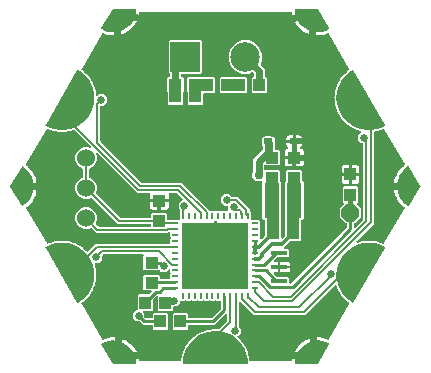
<source format=gbr>
G04 EAGLE Gerber RS-274X export*
G75*
%MOMM*%
%FSLAX34Y34*%
%LPD*%
%INBottom Copper*%
%IPPOS*%
%AMOC8*
5,1,8,0,0,1.08239X$1,22.5*%
G01*
%ADD10C,1.000000*%
%ADD11R,2.500000X2.500000*%
%ADD12C,2.500000*%
%ADD13R,1.100000X1.000000*%
%ADD14R,1.000000X1.100000*%
%ADD15R,1.399997X0.400000*%
%ADD16R,0.550000X0.254000*%
%ADD17R,0.254000X0.550000*%
%ADD18R,5.600000X5.600000*%
%ADD19P,1.649562X8X112.500000*%
%ADD20R,1.300000X1.500000*%
%ADD21C,1.524000*%
%ADD22R,0.800000X0.500000*%
%ADD23C,0.609600*%
%ADD24C,0.508000*%
%ADD25C,0.756400*%
%ADD26C,0.406400*%
%ADD27C,0.656400*%
%ADD28C,0.203200*%
%ADD29C,0.304800*%
%ADD30C,0.254000*%
%ADD31C,0.635000*%

G36*
X-67356Y297677D02*
X-67356Y297677D01*
X-67345Y297723D01*
X-67102Y300773D01*
X-67106Y300801D01*
X-67101Y300829D01*
X-67118Y300899D01*
X-67126Y300970D01*
X-67141Y300995D01*
X-67147Y301022D01*
X-67190Y301080D01*
X-67226Y301143D01*
X-67248Y301160D01*
X-67265Y301183D01*
X-67327Y301219D01*
X-67384Y301263D01*
X-67412Y301270D01*
X-67436Y301284D01*
X-67536Y301301D01*
X-67577Y301311D01*
X-67587Y301310D01*
X-67600Y301312D01*
X-86600Y301312D01*
X-86676Y301296D01*
X-86754Y301288D01*
X-86773Y301277D01*
X-86795Y301272D01*
X-86859Y301228D01*
X-86927Y301190D01*
X-86943Y301171D01*
X-86959Y301160D01*
X-86983Y301122D01*
X-87033Y301062D01*
X-96533Y284562D01*
X-96542Y284534D01*
X-96558Y284511D01*
X-96573Y284441D01*
X-96596Y284373D01*
X-96593Y284345D01*
X-96599Y284316D01*
X-96586Y284246D01*
X-96580Y284175D01*
X-96567Y284149D01*
X-96561Y284121D01*
X-96521Y284062D01*
X-96488Y283998D01*
X-96466Y283980D01*
X-96450Y283956D01*
X-96367Y283899D01*
X-96335Y283872D01*
X-96324Y283869D01*
X-96314Y283861D01*
X-93548Y282553D01*
X-93515Y282545D01*
X-93472Y282524D01*
X-90532Y281677D01*
X-90498Y281674D01*
X-90454Y281661D01*
X-87416Y281295D01*
X-87382Y281298D01*
X-87335Y281292D01*
X-84278Y281419D01*
X-84245Y281427D01*
X-84198Y281429D01*
X-84123Y281444D01*
X-84123Y278873D01*
X-85141Y278738D01*
X-88032Y278734D01*
X-90899Y279108D01*
X-93692Y279853D01*
X-95255Y280498D01*
X-95345Y280519D01*
X-95434Y280547D01*
X-95464Y280547D01*
X-95494Y280554D01*
X-95587Y280545D01*
X-95680Y280544D01*
X-95709Y280533D01*
X-95739Y280530D01*
X-95824Y280493D01*
X-95911Y280462D01*
X-95936Y280443D01*
X-95964Y280430D01*
X-96032Y280367D01*
X-96105Y280310D01*
X-96128Y280279D01*
X-96145Y280264D01*
X-96160Y280235D01*
X-96205Y280175D01*
X-113367Y250448D01*
X-113407Y250341D01*
X-113450Y250235D01*
X-113451Y250226D01*
X-113454Y250218D01*
X-113458Y250104D01*
X-113465Y249990D01*
X-113462Y249981D01*
X-113463Y249973D01*
X-113430Y249862D01*
X-113400Y249752D01*
X-113395Y249745D01*
X-113393Y249737D01*
X-113327Y249643D01*
X-113263Y249548D01*
X-113255Y249541D01*
X-113251Y249535D01*
X-113233Y249522D01*
X-113136Y249439D01*
X-112681Y249129D01*
X-112649Y249114D01*
X-112622Y249092D01*
X-112539Y249062D01*
X-112458Y249025D01*
X-112423Y249021D01*
X-112391Y249009D01*
X-112312Y249003D01*
X-111840Y248566D01*
X-111812Y248548D01*
X-111751Y248495D01*
X-111221Y248134D01*
X-111191Y248069D01*
X-111160Y247986D01*
X-111139Y247959D01*
X-111124Y247927D01*
X-111014Y247800D01*
X-109398Y246302D01*
X-109369Y246283D01*
X-109345Y246257D01*
X-109267Y246215D01*
X-109193Y246166D01*
X-109159Y246157D01*
X-109129Y246140D01*
X-109052Y246123D01*
X-108650Y245620D01*
X-108626Y245598D01*
X-108573Y245536D01*
X-108103Y245101D01*
X-108083Y245032D01*
X-108065Y244945D01*
X-108048Y244915D01*
X-108038Y244882D01*
X-107948Y244740D01*
X-106573Y243017D01*
X-106548Y242994D01*
X-106528Y242965D01*
X-106457Y242912D01*
X-106391Y242852D01*
X-106359Y242838D01*
X-106331Y242818D01*
X-106257Y242789D01*
X-105935Y242232D01*
X-105914Y242206D01*
X-105871Y242137D01*
X-105472Y241637D01*
X-105462Y241566D01*
X-105457Y241477D01*
X-105445Y241445D01*
X-105440Y241411D01*
X-105372Y241257D01*
X-104270Y239348D01*
X-104248Y239321D01*
X-104232Y239290D01*
X-104170Y239227D01*
X-104114Y239158D01*
X-104084Y239140D01*
X-104060Y239115D01*
X-103991Y239075D01*
X-103756Y238476D01*
X-103739Y238448D01*
X-103707Y238374D01*
X-103386Y237819D01*
X-103387Y237748D01*
X-103396Y237659D01*
X-103388Y237625D01*
X-103388Y237591D01*
X-103344Y237429D01*
X-102538Y235377D01*
X-102521Y235347D01*
X-102510Y235314D01*
X-102458Y235242D01*
X-102413Y235166D01*
X-102386Y235143D01*
X-102366Y235115D01*
X-102304Y235066D01*
X-102160Y234438D01*
X-102148Y234408D01*
X-102127Y234330D01*
X-101893Y233734D01*
X-101904Y233663D01*
X-101926Y233577D01*
X-101923Y233542D01*
X-101929Y233508D01*
X-101910Y233341D01*
X-101419Y231192D01*
X-101405Y231160D01*
X-101400Y231126D01*
X-101359Y231047D01*
X-101326Y230965D01*
X-101303Y230938D01*
X-101287Y230907D01*
X-101233Y230849D01*
X-101185Y230208D01*
X-101177Y230176D01*
X-101168Y230095D01*
X-101025Y229471D01*
X-101047Y229403D01*
X-101081Y229320D01*
X-101084Y229286D01*
X-101094Y229253D01*
X-101100Y229085D01*
X-101035Y228216D01*
X-101025Y228175D01*
X-101024Y228131D01*
X-100996Y228055D01*
X-100977Y227977D01*
X-100954Y227941D01*
X-100939Y227900D01*
X-100889Y227837D01*
X-100846Y227769D01*
X-100812Y227742D01*
X-100785Y227708D01*
X-100718Y227665D01*
X-100655Y227614D01*
X-100615Y227599D01*
X-100578Y227575D01*
X-100500Y227555D01*
X-100425Y227527D01*
X-100382Y227526D01*
X-100340Y227515D01*
X-100260Y227521D01*
X-100179Y227518D01*
X-100138Y227531D01*
X-100095Y227534D01*
X-100021Y227566D01*
X-99944Y227589D01*
X-99908Y227614D01*
X-99868Y227631D01*
X-99753Y227723D01*
X-99743Y227730D01*
X-99741Y227733D01*
X-99737Y227735D01*
X-98633Y228840D01*
X-94651Y228840D01*
X-91835Y226024D01*
X-91835Y222042D01*
X-94651Y219227D01*
X-96544Y219227D01*
X-96564Y219223D01*
X-96584Y219226D01*
X-96685Y219204D01*
X-96787Y219187D01*
X-96805Y219178D01*
X-96824Y219173D01*
X-96913Y219120D01*
X-97004Y219072D01*
X-97018Y219057D01*
X-97035Y219047D01*
X-97103Y218968D01*
X-97174Y218893D01*
X-97182Y218875D01*
X-97195Y218860D01*
X-97234Y218764D01*
X-97277Y218670D01*
X-97280Y218651D01*
X-97287Y218632D01*
X-97305Y218465D01*
X-97305Y188889D01*
X-97291Y188798D01*
X-97284Y188708D01*
X-97271Y188678D01*
X-97266Y188646D01*
X-97223Y188565D01*
X-97187Y188481D01*
X-97162Y188449D01*
X-97151Y188428D01*
X-97127Y188406D01*
X-97083Y188350D01*
X-62771Y154039D01*
X-62697Y153986D01*
X-62628Y153926D01*
X-62597Y153914D01*
X-62571Y153895D01*
X-62484Y153868D01*
X-62399Y153834D01*
X-62358Y153830D01*
X-62336Y153823D01*
X-62304Y153824D01*
X-62233Y153816D01*
X-28675Y153816D01*
X-26963Y152104D01*
X-5232Y130373D01*
X-5158Y130320D01*
X-5088Y130260D01*
X-5058Y130248D01*
X-5032Y130229D01*
X-4945Y130202D01*
X-4860Y130168D01*
X-4819Y130164D01*
X-4797Y130157D01*
X-4765Y130158D01*
X-4693Y130150D01*
X-599Y130150D01*
X-538Y130089D01*
X-522Y130077D01*
X-510Y130061D01*
X-423Y130005D01*
X-339Y129945D01*
X-319Y129939D01*
X-303Y129928D01*
X-203Y129903D01*
X-104Y129873D01*
X-84Y129873D01*
X-64Y129868D01*
X39Y129876D01*
X142Y129879D01*
X161Y129886D01*
X181Y129887D01*
X276Y129928D01*
X373Y129963D01*
X389Y129976D01*
X407Y129984D01*
X538Y130089D01*
X599Y130150D01*
X4403Y130150D01*
X4463Y130089D01*
X4479Y130077D01*
X4492Y130062D01*
X4579Y130006D01*
X4663Y129946D01*
X4682Y129940D01*
X4699Y129929D01*
X4799Y129904D01*
X4898Y129873D01*
X4918Y129874D01*
X4937Y129869D01*
X5040Y129877D01*
X5144Y129880D01*
X5163Y129886D01*
X5182Y129888D01*
X5278Y129928D01*
X5375Y129964D01*
X5391Y129976D01*
X5409Y129984D01*
X5540Y130089D01*
X5600Y130150D01*
X9404Y130150D01*
X9464Y130089D01*
X9480Y130077D01*
X9493Y130062D01*
X9580Y130006D01*
X9664Y129946D01*
X9683Y129940D01*
X9700Y129929D01*
X9800Y129904D01*
X9899Y129873D01*
X9919Y129874D01*
X9938Y129869D01*
X10041Y129877D01*
X10145Y129880D01*
X10164Y129886D01*
X10183Y129888D01*
X10279Y129928D01*
X10376Y129964D01*
X10391Y129976D01*
X10410Y129984D01*
X10541Y130089D01*
X10687Y130235D01*
X10699Y130251D01*
X10714Y130264D01*
X10770Y130351D01*
X10830Y130435D01*
X10836Y130454D01*
X10847Y130471D01*
X10872Y130571D01*
X10903Y130670D01*
X10902Y130690D01*
X10907Y130709D01*
X10899Y130812D01*
X10896Y130916D01*
X10890Y130935D01*
X10888Y130955D01*
X10848Y131050D01*
X10812Y131147D01*
X10800Y131163D01*
X10792Y131181D01*
X10687Y131312D01*
X10559Y131440D01*
X10559Y133582D01*
X10556Y133602D01*
X10558Y133622D01*
X10536Y133723D01*
X10519Y133825D01*
X10510Y133842D01*
X10505Y133862D01*
X10452Y133951D01*
X10404Y134042D01*
X10390Y134056D01*
X10379Y134073D01*
X10301Y134140D01*
X10226Y134212D01*
X10208Y134220D01*
X10192Y134233D01*
X10096Y134272D01*
X10003Y134315D01*
X9983Y134317D01*
X9964Y134325D01*
X9798Y134343D01*
X7655Y134343D01*
X4840Y137159D01*
X4840Y141141D01*
X7655Y143957D01*
X11637Y143957D01*
X13578Y142017D01*
X13652Y141964D01*
X13721Y141904D01*
X13751Y141892D01*
X13777Y141873D01*
X13864Y141846D01*
X13949Y141812D01*
X13990Y141808D01*
X14012Y141801D01*
X14045Y141802D01*
X14116Y141794D01*
X18829Y141794D01*
X28857Y131766D01*
X28857Y130911D01*
X28860Y130891D01*
X28858Y130872D01*
X28880Y130770D01*
X28896Y130668D01*
X28906Y130651D01*
X28910Y130631D01*
X28963Y130542D01*
X29012Y130451D01*
X29026Y130437D01*
X29036Y130420D01*
X29115Y130353D01*
X29190Y130281D01*
X29208Y130273D01*
X29223Y130260D01*
X29319Y130221D01*
X29352Y130206D01*
X30302Y129257D01*
X30302Y123138D01*
X30305Y123118D01*
X30303Y123099D01*
X30325Y122997D01*
X30341Y122895D01*
X30351Y122878D01*
X30355Y122858D01*
X30408Y122769D01*
X30457Y122678D01*
X30471Y122664D01*
X30481Y122647D01*
X30560Y122580D01*
X30635Y122508D01*
X30653Y122500D01*
X30668Y122487D01*
X30764Y122448D01*
X30858Y122405D01*
X30878Y122403D01*
X30896Y122395D01*
X31063Y122377D01*
X37182Y122377D01*
X38075Y121484D01*
X38075Y117680D01*
X38014Y117620D01*
X38002Y117604D01*
X37987Y117591D01*
X37931Y117504D01*
X37871Y117420D01*
X37865Y117401D01*
X37854Y117384D01*
X37829Y117284D01*
X37798Y117185D01*
X37799Y117165D01*
X37794Y117146D01*
X37802Y117043D01*
X37805Y116939D01*
X37811Y116920D01*
X37813Y116901D01*
X37853Y116805D01*
X37889Y116708D01*
X37901Y116692D01*
X37909Y116674D01*
X38014Y116543D01*
X38075Y116483D01*
X38075Y112679D01*
X38014Y112618D01*
X38002Y112602D01*
X37986Y112590D01*
X37930Y112503D01*
X37870Y112419D01*
X37864Y112400D01*
X37853Y112383D01*
X37828Y112282D01*
X37798Y112184D01*
X37798Y112164D01*
X37793Y112144D01*
X37801Y112041D01*
X37804Y111938D01*
X37811Y111919D01*
X37812Y111899D01*
X37853Y111804D01*
X37888Y111707D01*
X37901Y111691D01*
X37909Y111673D01*
X38014Y111542D01*
X38075Y111481D01*
X38075Y107677D01*
X38014Y107617D01*
X38002Y107601D01*
X37987Y107588D01*
X37956Y107540D01*
X37949Y107533D01*
X37943Y107520D01*
X37931Y107501D01*
X37871Y107417D01*
X37865Y107398D01*
X37854Y107381D01*
X37829Y107281D01*
X37798Y107182D01*
X37799Y107162D01*
X37794Y107143D01*
X37802Y107040D01*
X37805Y106936D01*
X37811Y106917D01*
X37813Y106898D01*
X37853Y106802D01*
X37889Y106705D01*
X37901Y106689D01*
X37909Y106671D01*
X38014Y106540D01*
X38133Y106421D01*
X38148Y106393D01*
X38173Y106326D01*
X38205Y106285D01*
X38230Y106239D01*
X38282Y106190D01*
X38326Y106134D01*
X38370Y106105D01*
X38408Y106070D01*
X38473Y106039D01*
X38533Y106001D01*
X38584Y105988D01*
X38631Y105966D01*
X38702Y105958D01*
X38772Y105941D01*
X38824Y105945D01*
X38875Y105939D01*
X38946Y105954D01*
X39017Y105960D01*
X39065Y105980D01*
X39116Y105991D01*
X39177Y106028D01*
X39243Y106056D01*
X39299Y106101D01*
X39327Y106117D01*
X39342Y106135D01*
X39374Y106161D01*
X41402Y108189D01*
X41455Y108263D01*
X41515Y108332D01*
X41527Y108362D01*
X41546Y108389D01*
X41573Y108476D01*
X41607Y108560D01*
X41611Y108601D01*
X41618Y108624D01*
X41617Y108656D01*
X41625Y108727D01*
X41625Y121977D01*
X41622Y121996D01*
X41624Y122016D01*
X41602Y122117D01*
X41586Y122219D01*
X41576Y122237D01*
X41572Y122256D01*
X41519Y122345D01*
X41470Y122437D01*
X41456Y122450D01*
X41446Y122467D01*
X41367Y122535D01*
X41292Y122606D01*
X41274Y122614D01*
X41259Y122627D01*
X41163Y122666D01*
X41069Y122710D01*
X41049Y122712D01*
X41031Y122719D01*
X40864Y122738D01*
X40518Y122738D01*
X39625Y123631D01*
X39625Y154270D01*
X39622Y154289D01*
X39624Y154309D01*
X39602Y154410D01*
X39586Y154512D01*
X39576Y154530D01*
X39572Y154549D01*
X39519Y154638D01*
X39470Y154730D01*
X39456Y154743D01*
X39446Y154760D01*
X39367Y154828D01*
X39292Y154899D01*
X39274Y154907D01*
X39259Y154920D01*
X39163Y154959D01*
X39069Y155003D01*
X39049Y155005D01*
X39031Y155012D01*
X38864Y155031D01*
X34314Y155031D01*
X31206Y158139D01*
X31206Y162536D01*
X31717Y163047D01*
X31770Y163121D01*
X31829Y163190D01*
X31841Y163220D01*
X31860Y163246D01*
X31887Y163333D01*
X31921Y163418D01*
X31926Y163459D01*
X31933Y163481D01*
X31932Y163514D01*
X31940Y163585D01*
X31940Y173344D01*
X39767Y181171D01*
X39809Y181230D01*
X39856Y181279D01*
X39864Y181296D01*
X39879Y181315D01*
X39892Y181345D01*
X39910Y181371D01*
X39934Y181448D01*
X39959Y181502D01*
X39961Y181517D01*
X39971Y181543D01*
X39976Y181584D01*
X39983Y181606D01*
X39982Y181638D01*
X39990Y181709D01*
X39990Y184514D01*
X39975Y184604D01*
X39968Y184695D01*
X39955Y184724D01*
X39950Y184756D01*
X39907Y184837D01*
X39872Y184921D01*
X39846Y184953D01*
X39835Y184974D01*
X39812Y184996D01*
X39767Y185052D01*
X39038Y185781D01*
X39038Y192044D01*
X39931Y192937D01*
X41805Y192937D01*
X41895Y192952D01*
X41986Y192959D01*
X42016Y192972D01*
X42048Y192977D01*
X42128Y193020D01*
X42212Y193055D01*
X42245Y193081D01*
X42265Y193092D01*
X42287Y193115D01*
X42343Y193160D01*
X42668Y193485D01*
X46457Y193485D01*
X46782Y193160D01*
X46856Y193107D01*
X46925Y193048D01*
X46955Y193036D01*
X46981Y193017D01*
X47068Y192990D01*
X47153Y192956D01*
X47194Y192951D01*
X47216Y192944D01*
X47249Y192945D01*
X47320Y192937D01*
X49194Y192937D01*
X50087Y192044D01*
X50087Y189451D01*
X50102Y189361D01*
X50102Y189359D01*
X50102Y182473D01*
X50105Y182454D01*
X50103Y182434D01*
X50125Y182333D01*
X50142Y182231D01*
X50151Y182213D01*
X50156Y182194D01*
X50209Y182105D01*
X50257Y182013D01*
X50271Y182000D01*
X50282Y181983D01*
X50360Y181915D01*
X50435Y181844D01*
X50453Y181836D01*
X50469Y181823D01*
X50565Y181784D01*
X50658Y181740D01*
X50678Y181738D01*
X50697Y181731D01*
X50863Y181712D01*
X53757Y181712D01*
X54650Y180819D01*
X54650Y169556D01*
X53757Y168663D01*
X41846Y168663D01*
X41827Y168660D01*
X41807Y168662D01*
X41706Y168640D01*
X41604Y168623D01*
X41586Y168614D01*
X41567Y168609D01*
X41478Y168556D01*
X41386Y168508D01*
X41373Y168494D01*
X41356Y168483D01*
X41288Y168405D01*
X41217Y168330D01*
X41209Y168312D01*
X41196Y168296D01*
X41157Y168200D01*
X41113Y168107D01*
X41111Y168087D01*
X41104Y168068D01*
X41085Y167902D01*
X41085Y165473D01*
X41088Y165454D01*
X41086Y165434D01*
X41108Y165333D01*
X41125Y165231D01*
X41134Y165213D01*
X41139Y165194D01*
X41192Y165105D01*
X41240Y165013D01*
X41254Y165000D01*
X41265Y164983D01*
X41343Y164915D01*
X41418Y164844D01*
X41436Y164836D01*
X41452Y164823D01*
X41548Y164784D01*
X41641Y164740D01*
X41661Y164738D01*
X41680Y164731D01*
X41846Y164712D01*
X53757Y164712D01*
X54650Y163819D01*
X54650Y155522D01*
X54664Y155432D01*
X54672Y155341D01*
X54684Y155311D01*
X54689Y155279D01*
X54732Y155198D01*
X54768Y155115D01*
X54794Y155082D01*
X54805Y155062D01*
X54828Y155040D01*
X54873Y154984D01*
X55675Y154182D01*
X55675Y107299D01*
X55686Y107228D01*
X55688Y107157D01*
X55706Y107108D01*
X55714Y107056D01*
X55748Y106993D01*
X55773Y106926D01*
X55805Y106885D01*
X55830Y106839D01*
X55881Y106790D01*
X55926Y106734D01*
X55970Y106705D01*
X56008Y106670D01*
X56073Y106639D01*
X56133Y106601D01*
X56184Y106588D01*
X56231Y106566D01*
X56302Y106558D01*
X56372Y106541D01*
X56424Y106545D01*
X56475Y106539D01*
X56546Y106554D01*
X56617Y106560D01*
X56665Y106580D01*
X56716Y106591D01*
X56777Y106628D01*
X56843Y106656D01*
X56899Y106701D01*
X56927Y106717D01*
X56942Y106735D01*
X56974Y106761D01*
X58402Y108189D01*
X58455Y108263D01*
X58515Y108332D01*
X58527Y108362D01*
X58546Y108389D01*
X58573Y108476D01*
X58607Y108560D01*
X58611Y108601D01*
X58618Y108624D01*
X58617Y108656D01*
X58625Y108727D01*
X58625Y154182D01*
X59427Y154984D01*
X59480Y155058D01*
X59540Y155127D01*
X59552Y155157D01*
X59571Y155183D01*
X59598Y155270D01*
X59632Y155355D01*
X59636Y155396D01*
X59643Y155418D01*
X59642Y155451D01*
X59650Y155522D01*
X59650Y163819D01*
X60543Y164712D01*
X72807Y164712D01*
X73700Y163819D01*
X73700Y155472D01*
X73714Y155382D01*
X73722Y155291D01*
X73734Y155261D01*
X73739Y155229D01*
X73782Y155148D01*
X73818Y155065D01*
X73844Y155032D01*
X73855Y155012D01*
X73878Y154990D01*
X73923Y154934D01*
X74675Y154182D01*
X74675Y123631D01*
X73782Y122738D01*
X73436Y122738D01*
X73416Y122735D01*
X73397Y122737D01*
X73295Y122715D01*
X73193Y122698D01*
X73176Y122689D01*
X73156Y122684D01*
X73067Y122631D01*
X72976Y122583D01*
X72962Y122569D01*
X72945Y122558D01*
X72878Y122480D01*
X72806Y122405D01*
X72798Y122387D01*
X72785Y122371D01*
X72746Y122275D01*
X72703Y122182D01*
X72701Y122162D01*
X72693Y122143D01*
X72675Y121977D01*
X72675Y105493D01*
X71782Y104600D01*
X63752Y104600D01*
X63662Y104586D01*
X63571Y104578D01*
X63541Y104566D01*
X63509Y104561D01*
X63429Y104518D01*
X63345Y104482D01*
X63313Y104456D01*
X63292Y104445D01*
X63270Y104422D01*
X63214Y104377D01*
X58211Y99374D01*
X58169Y99316D01*
X58120Y99264D01*
X58098Y99217D01*
X58067Y99174D01*
X58046Y99106D01*
X58016Y99041D01*
X58010Y98989D01*
X57995Y98939D01*
X57997Y98868D01*
X57989Y98796D01*
X58000Y98746D01*
X58001Y98694D01*
X58026Y98626D01*
X58041Y98556D01*
X58068Y98511D01*
X58086Y98463D01*
X58131Y98406D01*
X58167Y98345D01*
X58207Y98311D01*
X58239Y98270D01*
X58300Y98232D01*
X58354Y98185D01*
X58403Y98166D01*
X58446Y98137D01*
X58516Y98120D01*
X58582Y98093D01*
X58654Y98085D01*
X58685Y98077D01*
X58708Y98079D01*
X58749Y98075D01*
X61607Y98075D01*
X62500Y97182D01*
X62500Y91918D01*
X61607Y91025D01*
X52430Y91025D01*
X52340Y91010D01*
X52249Y91003D01*
X52220Y90991D01*
X52188Y90985D01*
X52107Y90943D01*
X52023Y90907D01*
X51991Y90881D01*
X51970Y90870D01*
X51948Y90847D01*
X51892Y90802D01*
X49480Y88390D01*
X49438Y88332D01*
X49389Y88280D01*
X49367Y88233D01*
X49337Y88191D01*
X49316Y88122D01*
X49285Y88057D01*
X49280Y88005D01*
X49264Y87955D01*
X49266Y87884D01*
X49258Y87813D01*
X49269Y87762D01*
X49271Y87710D01*
X49295Y87642D01*
X49310Y87572D01*
X49337Y87528D01*
X49355Y87479D01*
X49400Y87422D01*
X49437Y87361D01*
X49476Y87327D01*
X49509Y87287D01*
X49569Y87248D01*
X49624Y87201D01*
X49672Y87182D01*
X49716Y87154D01*
X49785Y87136D01*
X49852Y87109D01*
X49923Y87101D01*
X49954Y87093D01*
X49977Y87095D01*
X50018Y87091D01*
X52976Y87091D01*
X52976Y82788D01*
X52979Y82769D01*
X52977Y82749D01*
X52999Y82647D01*
X53015Y82545D01*
X53016Y82544D01*
X53004Y82517D01*
X53002Y82497D01*
X52994Y82479D01*
X52976Y82312D01*
X52976Y78009D01*
X50018Y78009D01*
X49948Y77998D01*
X49876Y77996D01*
X49827Y77978D01*
X49776Y77970D01*
X49712Y77936D01*
X49645Y77911D01*
X49604Y77879D01*
X49558Y77854D01*
X49509Y77802D01*
X49453Y77758D01*
X49425Y77714D01*
X49389Y77676D01*
X49359Y77611D01*
X49320Y77551D01*
X49307Y77500D01*
X49285Y77453D01*
X49277Y77382D01*
X49260Y77312D01*
X49264Y77260D01*
X49258Y77209D01*
X49273Y77138D01*
X49279Y77067D01*
X49299Y77019D01*
X49310Y76968D01*
X49347Y76907D01*
X49375Y76841D01*
X49420Y76785D01*
X49437Y76757D01*
X49454Y76742D01*
X49480Y76710D01*
X51892Y74298D01*
X51966Y74245D01*
X52036Y74185D01*
X52066Y74173D01*
X52092Y74154D01*
X52179Y74127D01*
X52264Y74093D01*
X52305Y74089D01*
X52327Y74082D01*
X52359Y74083D01*
X52430Y74075D01*
X61607Y74075D01*
X62500Y73182D01*
X62500Y69312D01*
X62503Y69292D01*
X62501Y69273D01*
X62523Y69171D01*
X62539Y69069D01*
X62549Y69052D01*
X62553Y69032D01*
X62606Y68943D01*
X62655Y68852D01*
X62669Y68838D01*
X62679Y68821D01*
X62758Y68754D01*
X62833Y68683D01*
X62851Y68674D01*
X62866Y68661D01*
X62962Y68622D01*
X63056Y68579D01*
X63076Y68577D01*
X63094Y68569D01*
X63261Y68551D01*
X63834Y68551D01*
X63924Y68566D01*
X64015Y68573D01*
X64045Y68585D01*
X64077Y68591D01*
X64158Y68633D01*
X64242Y68669D01*
X64274Y68695D01*
X64294Y68706D01*
X64317Y68729D01*
X64373Y68774D01*
X111282Y115683D01*
X111335Y115757D01*
X111395Y115827D01*
X111407Y115857D01*
X111426Y115883D01*
X111453Y115970D01*
X111487Y116055D01*
X111491Y116096D01*
X111498Y116118D01*
X111497Y116150D01*
X111505Y116222D01*
X111505Y118682D01*
X111502Y118701D01*
X111504Y118721D01*
X111482Y118822D01*
X111466Y118924D01*
X111456Y118942D01*
X111452Y118961D01*
X111399Y119050D01*
X111350Y119142D01*
X111336Y119155D01*
X111326Y119172D01*
X111247Y119240D01*
X111172Y119311D01*
X111154Y119319D01*
X111139Y119332D01*
X111043Y119371D01*
X110949Y119415D01*
X110929Y119417D01*
X110911Y119424D01*
X110744Y119443D01*
X110512Y119443D01*
X105155Y124800D01*
X105155Y132375D01*
X108624Y135844D01*
X108635Y135860D01*
X108651Y135872D01*
X108707Y135959D01*
X108767Y136043D01*
X108773Y136062D01*
X108784Y136079D01*
X108809Y136180D01*
X108839Y136278D01*
X108839Y136298D01*
X108844Y136318D01*
X108836Y136421D01*
X108833Y136524D01*
X108826Y136543D01*
X108825Y136563D01*
X108784Y136658D01*
X108749Y136755D01*
X108736Y136771D01*
X108728Y136789D01*
X108624Y136920D01*
X107775Y137768D01*
X107775Y150032D01*
X108668Y150925D01*
X119932Y150925D01*
X120825Y150032D01*
X120825Y137768D01*
X119976Y136920D01*
X119965Y136904D01*
X119949Y136892D01*
X119893Y136804D01*
X119833Y136720D01*
X119827Y136701D01*
X119816Y136685D01*
X119791Y136584D01*
X119761Y136485D01*
X119761Y136465D01*
X119756Y136446D01*
X119764Y136343D01*
X119767Y136239D01*
X119774Y136221D01*
X119775Y136201D01*
X119816Y136106D01*
X119851Y136008D01*
X119864Y135993D01*
X119872Y135975D01*
X119976Y135844D01*
X123445Y132375D01*
X123445Y124800D01*
X118088Y119443D01*
X117856Y119443D01*
X117836Y119440D01*
X117817Y119442D01*
X117715Y119420D01*
X117613Y119403D01*
X117596Y119394D01*
X117576Y119389D01*
X117487Y119336D01*
X117396Y119288D01*
X117382Y119274D01*
X117365Y119263D01*
X117298Y119185D01*
X117226Y119110D01*
X117218Y119092D01*
X117205Y119076D01*
X117166Y118980D01*
X117123Y118887D01*
X117121Y118867D01*
X117113Y118848D01*
X117095Y118682D01*
X117095Y115999D01*
X117106Y115928D01*
X117108Y115856D01*
X117126Y115807D01*
X117134Y115756D01*
X117168Y115693D01*
X117193Y115625D01*
X117225Y115585D01*
X117250Y115539D01*
X117302Y115489D01*
X117346Y115433D01*
X117390Y115405D01*
X117428Y115369D01*
X117493Y115339D01*
X117553Y115300D01*
X117604Y115288D01*
X117651Y115266D01*
X117722Y115258D01*
X117792Y115240D01*
X117844Y115244D01*
X117895Y115239D01*
X117966Y115254D01*
X118037Y115259D01*
X118085Y115280D01*
X118136Y115291D01*
X118197Y115328D01*
X118263Y115356D01*
X118319Y115400D01*
X118347Y115417D01*
X118362Y115435D01*
X118394Y115460D01*
X124871Y121938D01*
X124924Y122011D01*
X124984Y122081D01*
X124996Y122111D01*
X125015Y122137D01*
X125042Y122224D01*
X125076Y122309D01*
X125080Y122350D01*
X125087Y122372D01*
X125086Y122405D01*
X125094Y122476D01*
X125094Y186411D01*
X125091Y186431D01*
X125093Y186451D01*
X125071Y186552D01*
X125055Y186654D01*
X125045Y186672D01*
X125041Y186691D01*
X124988Y186780D01*
X124939Y186872D01*
X124925Y186885D01*
X124915Y186902D01*
X124836Y186970D01*
X124761Y187041D01*
X124743Y187049D01*
X124728Y187062D01*
X124632Y187101D01*
X124538Y187145D01*
X124518Y187147D01*
X124500Y187154D01*
X124333Y187173D01*
X123409Y187173D01*
X120593Y189988D01*
X120593Y193971D01*
X122963Y196341D01*
X122972Y196353D01*
X122984Y196362D01*
X123044Y196453D01*
X123107Y196540D01*
X123111Y196555D01*
X123119Y196567D01*
X123147Y196672D01*
X123179Y196775D01*
X123179Y196790D01*
X123183Y196805D01*
X123176Y196913D01*
X123173Y197021D01*
X123168Y197035D01*
X123167Y197050D01*
X123126Y197150D01*
X123088Y197252D01*
X123079Y197264D01*
X123074Y197278D01*
X123003Y197360D01*
X122935Y197444D01*
X122922Y197452D01*
X122913Y197464D01*
X122819Y197519D01*
X122799Y197532D01*
X122795Y197537D01*
X122770Y197561D01*
X122751Y197591D01*
X122683Y197647D01*
X122619Y197709D01*
X122588Y197724D01*
X122561Y197746D01*
X122407Y197813D01*
X120301Y198463D01*
X120266Y198468D01*
X120234Y198480D01*
X120145Y198485D01*
X120057Y198497D01*
X120023Y198490D01*
X119988Y198492D01*
X119911Y198474D01*
X119331Y198754D01*
X119300Y198763D01*
X119225Y198795D01*
X118613Y198984D01*
X118565Y199037D01*
X118511Y199108D01*
X118483Y199128D01*
X118459Y199153D01*
X118317Y199242D01*
X116332Y200199D01*
X116299Y200209D01*
X116268Y200226D01*
X116181Y200244D01*
X116096Y200269D01*
X116061Y200267D01*
X116027Y200274D01*
X115948Y200268D01*
X115416Y200631D01*
X115386Y200645D01*
X115318Y200688D01*
X114741Y200966D01*
X114701Y201026D01*
X114659Y201104D01*
X114633Y201127D01*
X114614Y201156D01*
X114487Y201265D01*
X112666Y202508D01*
X112634Y202522D01*
X112607Y202544D01*
X112524Y202574D01*
X112443Y202611D01*
X112408Y202615D01*
X112376Y202627D01*
X112297Y202633D01*
X111825Y203071D01*
X111797Y203089D01*
X111736Y203142D01*
X111207Y203503D01*
X111177Y203568D01*
X111146Y203651D01*
X111125Y203678D01*
X111110Y203710D01*
X111000Y203837D01*
X109385Y205336D01*
X109356Y205356D01*
X109332Y205381D01*
X109254Y205423D01*
X109180Y205472D01*
X109147Y205481D01*
X109116Y205498D01*
X109039Y205515D01*
X108637Y206019D01*
X108613Y206041D01*
X108560Y206102D01*
X108091Y206538D01*
X108070Y206607D01*
X108053Y206694D01*
X108035Y206724D01*
X108025Y206757D01*
X107936Y206899D01*
X106562Y208623D01*
X106537Y208646D01*
X106517Y208675D01*
X106446Y208728D01*
X106380Y208788D01*
X106348Y208802D01*
X106320Y208822D01*
X106246Y208851D01*
X105925Y209409D01*
X105904Y209434D01*
X105861Y209503D01*
X105462Y210004D01*
X105452Y210075D01*
X105447Y210164D01*
X105435Y210196D01*
X105430Y210230D01*
X105362Y210384D01*
X104261Y212293D01*
X104239Y212320D01*
X104224Y212351D01*
X104161Y212415D01*
X104105Y212483D01*
X104076Y212502D01*
X104052Y212527D01*
X103983Y212566D01*
X103748Y213165D01*
X103731Y213194D01*
X103730Y213197D01*
X103729Y213198D01*
X103728Y213200D01*
X103698Y213268D01*
X103378Y213823D01*
X103379Y213895D01*
X103388Y213983D01*
X103380Y214017D01*
X103381Y214051D01*
X103337Y214213D01*
X102532Y216265D01*
X102515Y216295D01*
X102504Y216328D01*
X102452Y216400D01*
X102407Y216477D01*
X102380Y216500D01*
X102360Y216528D01*
X102298Y216577D01*
X102155Y217204D01*
X102143Y217235D01*
X102121Y217313D01*
X101888Y217909D01*
X101899Y217980D01*
X101921Y218066D01*
X101918Y218101D01*
X101924Y218135D01*
X101905Y218302D01*
X101415Y220451D01*
X101402Y220483D01*
X101397Y220517D01*
X101356Y220596D01*
X101322Y220679D01*
X101300Y220705D01*
X101284Y220736D01*
X101230Y220794D01*
X101182Y221436D01*
X101174Y221468D01*
X101165Y221548D01*
X101023Y222173D01*
X101044Y222241D01*
X101079Y222323D01*
X101082Y222358D01*
X101092Y222391D01*
X101098Y222558D01*
X100934Y224756D01*
X100926Y224790D01*
X100926Y224825D01*
X100897Y224909D01*
X100876Y224995D01*
X100858Y225025D01*
X100847Y225058D01*
X100802Y225123D01*
X100850Y225765D01*
X100847Y225798D01*
X100850Y225879D01*
X100803Y226517D01*
X100834Y226582D01*
X100881Y226658D01*
X100889Y226691D01*
X100904Y226722D01*
X100935Y226887D01*
X101100Y229085D01*
X101097Y229120D01*
X101102Y229154D01*
X101087Y229242D01*
X101079Y229330D01*
X101065Y229362D01*
X101059Y229396D01*
X101024Y229468D01*
X101168Y230095D01*
X101170Y230128D01*
X101185Y230208D01*
X101233Y230846D01*
X101274Y230905D01*
X101331Y230973D01*
X101344Y231005D01*
X101363Y231034D01*
X101419Y231192D01*
X101910Y233341D01*
X101912Y233376D01*
X101922Y233409D01*
X101919Y233498D01*
X101925Y233587D01*
X101916Y233620D01*
X101915Y233655D01*
X101892Y233731D01*
X102127Y234330D01*
X102134Y234362D01*
X102160Y234438D01*
X102303Y235063D01*
X102352Y235115D01*
X102419Y235174D01*
X102436Y235204D01*
X102460Y235229D01*
X102538Y235377D01*
X103344Y237429D01*
X103352Y237463D01*
X103367Y237494D01*
X103377Y237582D01*
X103396Y237669D01*
X103392Y237704D01*
X103396Y237738D01*
X103385Y237817D01*
X103707Y238374D01*
X103718Y238405D01*
X103756Y238476D01*
X103990Y239072D01*
X104047Y239117D01*
X104121Y239165D01*
X104143Y239192D01*
X104170Y239213D01*
X104270Y239348D01*
X105372Y241257D01*
X105385Y241289D01*
X105404Y241318D01*
X105428Y241404D01*
X105459Y241487D01*
X105461Y241522D01*
X105470Y241555D01*
X105470Y241634D01*
X105871Y242137D01*
X105884Y242161D01*
X105901Y242179D01*
X105910Y242197D01*
X105935Y242232D01*
X106256Y242786D01*
X106318Y242821D01*
X106399Y242858D01*
X106425Y242881D01*
X106455Y242898D01*
X106573Y243017D01*
X107948Y244740D01*
X107965Y244770D01*
X107989Y244796D01*
X108025Y244877D01*
X108068Y244955D01*
X108075Y244989D01*
X108089Y245020D01*
X108101Y245099D01*
X108573Y245536D01*
X108593Y245562D01*
X108650Y245620D01*
X109050Y246120D01*
X109116Y246146D01*
X109202Y246170D01*
X109231Y246190D01*
X109263Y246202D01*
X109398Y246302D01*
X111014Y247800D01*
X111036Y247828D01*
X111063Y247849D01*
X111111Y247924D01*
X111165Y247995D01*
X111177Y248027D01*
X111195Y248057D01*
X111219Y248132D01*
X111751Y248495D01*
X111775Y248518D01*
X111840Y248566D01*
X112309Y249001D01*
X112379Y249016D01*
X112467Y249027D01*
X112499Y249042D01*
X112533Y249050D01*
X112681Y249129D01*
X113136Y249439D01*
X113219Y249518D01*
X113304Y249595D01*
X113308Y249602D01*
X113314Y249608D01*
X113368Y249709D01*
X113423Y249809D01*
X113425Y249818D01*
X113429Y249826D01*
X113447Y249939D01*
X113468Y250051D01*
X113467Y250060D01*
X113469Y250068D01*
X113450Y250181D01*
X113434Y250295D01*
X113430Y250304D01*
X113429Y250311D01*
X113418Y250331D01*
X113367Y250448D01*
X96205Y280175D01*
X96146Y280247D01*
X96093Y280323D01*
X96068Y280341D01*
X96049Y280365D01*
X95970Y280415D01*
X95896Y280470D01*
X95867Y280480D01*
X95840Y280496D01*
X95750Y280518D01*
X95662Y280547D01*
X95631Y280546D01*
X95601Y280554D01*
X95509Y280545D01*
X95416Y280545D01*
X95379Y280534D01*
X95356Y280532D01*
X95327Y280519D01*
X95255Y280498D01*
X93692Y279853D01*
X90899Y279108D01*
X88032Y278734D01*
X85141Y278738D01*
X84123Y278873D01*
X84123Y281444D01*
X84198Y281429D01*
X84232Y281429D01*
X84278Y281419D01*
X87335Y281292D01*
X87369Y281298D01*
X87416Y281295D01*
X90454Y281661D01*
X90486Y281671D01*
X90532Y281677D01*
X93472Y282524D01*
X93502Y282540D01*
X93548Y282553D01*
X96314Y283861D01*
X96336Y283878D01*
X96363Y283888D01*
X96415Y283937D01*
X96473Y283980D01*
X96487Y284005D01*
X96508Y284025D01*
X96537Y284090D01*
X96573Y284152D01*
X96576Y284181D01*
X96588Y284207D01*
X96589Y284279D01*
X96598Y284349D01*
X96590Y284377D01*
X96591Y284406D01*
X96555Y284500D01*
X96544Y284541D01*
X96537Y284549D01*
X96533Y284562D01*
X87033Y301062D01*
X86981Y301120D01*
X86935Y301183D01*
X86916Y301194D01*
X86901Y301211D01*
X86831Y301244D01*
X86764Y301284D01*
X86740Y301288D01*
X86722Y301297D01*
X86677Y301299D01*
X86600Y301312D01*
X67600Y301312D01*
X67572Y301306D01*
X67544Y301309D01*
X67476Y301286D01*
X67405Y301272D01*
X67382Y301256D01*
X67355Y301247D01*
X67300Y301200D01*
X67241Y301160D01*
X67226Y301136D01*
X67205Y301117D01*
X67173Y301053D01*
X67134Y300992D01*
X67129Y300964D01*
X67117Y300939D01*
X67108Y300837D01*
X67101Y300796D01*
X67103Y300786D01*
X67102Y300773D01*
X67345Y297723D01*
X67354Y297690D01*
X67358Y297643D01*
X67899Y295436D01*
X65216Y295436D01*
X64931Y296504D01*
X64717Y298149D01*
X64690Y298239D01*
X64670Y298330D01*
X64655Y298356D01*
X64646Y298385D01*
X64592Y298461D01*
X64544Y298541D01*
X64521Y298561D01*
X64504Y298585D01*
X64428Y298640D01*
X64357Y298701D01*
X64329Y298713D01*
X64305Y298730D01*
X64216Y298758D01*
X64129Y298793D01*
X64091Y298797D01*
X64070Y298804D01*
X64038Y298803D01*
X63962Y298812D01*
X-63962Y298812D01*
X-64055Y298797D01*
X-64148Y298789D01*
X-64175Y298777D01*
X-64205Y298772D01*
X-64288Y298728D01*
X-64374Y298691D01*
X-64396Y298671D01*
X-64422Y298657D01*
X-64487Y298589D01*
X-64556Y298526D01*
X-64571Y298500D01*
X-64592Y298479D01*
X-64631Y298394D01*
X-64677Y298312D01*
X-64686Y298275D01*
X-64695Y298256D01*
X-64699Y298223D01*
X-64717Y298149D01*
X-64931Y296504D01*
X-65216Y295436D01*
X-67899Y295436D01*
X-67358Y297643D01*
X-67356Y297677D01*
G37*
G36*
X-67572Y319D02*
X-67572Y319D01*
X-67544Y316D01*
X-67476Y339D01*
X-67405Y353D01*
X-67382Y369D01*
X-67355Y378D01*
X-67300Y425D01*
X-67241Y465D01*
X-67226Y489D01*
X-67205Y508D01*
X-67173Y572D01*
X-67134Y633D01*
X-67129Y661D01*
X-67117Y686D01*
X-67108Y788D01*
X-67101Y829D01*
X-67103Y839D01*
X-67102Y852D01*
X-67345Y3902D01*
X-67354Y3935D01*
X-67358Y3982D01*
X-67899Y6189D01*
X-65216Y6189D01*
X-64931Y5121D01*
X-64717Y3476D01*
X-64690Y3386D01*
X-64670Y3295D01*
X-64655Y3269D01*
X-64646Y3240D01*
X-64592Y3164D01*
X-64544Y3084D01*
X-64521Y3064D01*
X-64504Y3040D01*
X-64428Y2985D01*
X-64357Y2924D01*
X-64329Y2912D01*
X-64305Y2895D01*
X-64216Y2867D01*
X-64129Y2832D01*
X-64091Y2828D01*
X-64070Y2821D01*
X-64038Y2822D01*
X-63962Y2813D01*
X-29587Y2813D01*
X-29475Y2832D01*
X-29361Y2848D01*
X-29353Y2852D01*
X-29344Y2853D01*
X-29244Y2906D01*
X-29141Y2958D01*
X-29134Y2964D01*
X-29127Y2968D01*
X-29048Y3051D01*
X-28967Y3132D01*
X-28963Y3140D01*
X-28957Y3146D01*
X-28909Y3250D01*
X-28859Y3353D01*
X-28857Y3363D01*
X-28854Y3369D01*
X-28851Y3392D01*
X-28828Y3518D01*
X-28786Y4074D01*
X-28789Y4108D01*
X-28784Y4143D01*
X-28800Y4230D01*
X-28807Y4319D01*
X-28821Y4351D01*
X-28828Y4385D01*
X-28862Y4456D01*
X-28719Y5084D01*
X-28717Y5117D01*
X-28702Y5196D01*
X-28654Y5835D01*
X-28613Y5894D01*
X-28556Y5962D01*
X-28543Y5994D01*
X-28524Y6022D01*
X-28468Y6181D01*
X-27978Y8328D01*
X-27976Y8362D01*
X-27966Y8395D01*
X-27969Y8484D01*
X-27963Y8573D01*
X-27972Y8607D01*
X-27973Y8641D01*
X-27997Y8717D01*
X-27762Y9316D01*
X-27755Y9348D01*
X-27728Y9425D01*
X-27586Y10049D01*
X-27536Y10101D01*
X-27470Y10160D01*
X-27452Y10190D01*
X-27428Y10216D01*
X-27350Y10364D01*
X-26546Y12414D01*
X-26539Y12448D01*
X-26524Y12479D01*
X-26513Y12567D01*
X-26494Y12654D01*
X-26498Y12689D01*
X-26494Y12723D01*
X-26506Y12802D01*
X-26184Y13359D01*
X-26172Y13390D01*
X-26135Y13462D01*
X-25901Y14058D01*
X-25844Y14102D01*
X-25770Y14150D01*
X-25748Y14177D01*
X-25721Y14198D01*
X-25621Y14334D01*
X-24520Y16241D01*
X-24508Y16273D01*
X-24489Y16302D01*
X-24465Y16387D01*
X-24433Y16471D01*
X-24432Y16505D01*
X-24423Y16539D01*
X-24423Y16618D01*
X-24022Y17121D01*
X-24005Y17150D01*
X-23957Y17215D01*
X-23637Y17770D01*
X-23575Y17805D01*
X-23494Y17842D01*
X-23469Y17865D01*
X-23438Y17882D01*
X-23320Y18001D01*
X-21947Y19723D01*
X-21930Y19753D01*
X-21907Y19778D01*
X-21870Y19860D01*
X-21827Y19937D01*
X-21820Y19971D01*
X-21806Y20003D01*
X-21794Y20082D01*
X-21323Y20519D01*
X-21302Y20545D01*
X-21245Y20603D01*
X-20846Y21104D01*
X-20813Y21116D01*
X-20771Y21123D01*
X-20737Y21141D01*
X-20693Y21153D01*
X-20665Y21173D01*
X-20632Y21185D01*
X-20579Y21225D01*
X-20554Y21238D01*
X-20536Y21256D01*
X-20498Y21285D01*
X-18883Y22783D01*
X-18862Y22810D01*
X-18835Y22832D01*
X-18787Y22907D01*
X-18733Y22977D01*
X-18721Y23010D01*
X-18702Y23039D01*
X-18679Y23115D01*
X-18147Y23477D01*
X-18123Y23500D01*
X-18098Y23519D01*
X-18092Y23522D01*
X-18088Y23526D01*
X-18058Y23548D01*
X-17589Y23984D01*
X-17519Y23999D01*
X-17431Y24010D01*
X-17399Y24025D01*
X-17365Y24033D01*
X-17217Y24111D01*
X-15398Y25352D01*
X-15373Y25376D01*
X-15343Y25393D01*
X-15284Y25460D01*
X-15220Y25521D01*
X-15204Y25552D01*
X-15181Y25578D01*
X-15147Y25650D01*
X-14567Y25929D01*
X-14540Y25948D01*
X-14468Y25986D01*
X-13939Y26346D01*
X-13867Y26351D01*
X-13779Y26349D01*
X-13745Y26359D01*
X-13711Y26361D01*
X-13553Y26417D01*
X-11569Y27373D01*
X-11540Y27392D01*
X-11508Y27405D01*
X-11440Y27463D01*
X-11367Y27514D01*
X-11347Y27542D01*
X-11320Y27564D01*
X-11276Y27630D01*
X-10661Y27819D01*
X-10631Y27834D01*
X-10555Y27861D01*
X-9978Y28139D01*
X-9906Y28133D01*
X-9819Y28117D01*
X-9784Y28123D01*
X-9750Y28120D01*
X-9585Y28151D01*
X-7481Y28800D01*
X-7450Y28816D01*
X-7416Y28823D01*
X-7340Y28870D01*
X-7261Y28910D01*
X-7236Y28934D01*
X-7207Y28952D01*
X-7153Y29011D01*
X-6516Y29107D01*
X-6485Y29117D01*
X-6405Y29132D01*
X-5793Y29321D01*
X-5724Y29304D01*
X-5639Y29276D01*
X-5605Y29276D01*
X-5571Y29268D01*
X-5403Y29274D01*
X-3226Y29602D01*
X-3193Y29613D01*
X-3158Y29616D01*
X-3077Y29651D01*
X-2992Y29678D01*
X-2964Y29699D01*
X-2932Y29712D01*
X-2870Y29762D01*
X-2227Y29762D01*
X-2194Y29767D01*
X-2113Y29770D01*
X-1480Y29866D01*
X-1413Y29839D01*
X-1334Y29798D01*
X-1300Y29793D01*
X-1268Y29780D01*
X-1101Y29762D01*
X1101Y29762D01*
X1135Y29767D01*
X1170Y29765D01*
X1256Y29787D01*
X1344Y29801D01*
X1374Y29818D01*
X1408Y29826D01*
X1477Y29866D01*
X2113Y29770D01*
X2146Y29771D01*
X2227Y29762D01*
X2690Y29762D01*
X2780Y29776D01*
X2871Y29784D01*
X2901Y29796D01*
X2933Y29801D01*
X3014Y29844D01*
X3098Y29880D01*
X3130Y29906D01*
X3151Y29917D01*
X3173Y29940D01*
X3229Y29985D01*
X9658Y36414D01*
X9711Y36488D01*
X9771Y36558D01*
X9783Y36588D01*
X9802Y36614D01*
X9829Y36701D01*
X9863Y36786D01*
X9867Y36827D01*
X9874Y36849D01*
X9873Y36881D01*
X9881Y36953D01*
X9881Y42369D01*
X9870Y42440D01*
X9868Y42511D01*
X9850Y42560D01*
X9842Y42612D01*
X9808Y42675D01*
X9783Y42742D01*
X9751Y42783D01*
X9726Y42829D01*
X9674Y42878D01*
X9630Y42934D01*
X9586Y42962D01*
X9548Y42998D01*
X9483Y43028D01*
X9423Y43067D01*
X9372Y43080D01*
X9325Y43102D01*
X9254Y43110D01*
X9184Y43127D01*
X9132Y43123D01*
X9081Y43129D01*
X9010Y43114D01*
X8939Y43108D01*
X8891Y43088D01*
X8840Y43077D01*
X8779Y43040D01*
X8713Y43012D01*
X8657Y42967D01*
X8629Y42951D01*
X8614Y42933D01*
X8582Y42907D01*
X1253Y35578D01*
X-608Y33718D01*
X-22314Y33718D01*
X-22334Y33715D01*
X-22353Y33717D01*
X-22455Y33695D01*
X-22557Y33678D01*
X-22574Y33669D01*
X-22594Y33664D01*
X-22683Y33611D01*
X-22774Y33563D01*
X-22788Y33549D01*
X-22805Y33538D01*
X-22872Y33460D01*
X-22944Y33385D01*
X-22952Y33367D01*
X-22965Y33351D01*
X-23004Y33255D01*
X-23047Y33162D01*
X-23049Y33142D01*
X-23057Y33123D01*
X-23075Y32957D01*
X-23075Y30381D01*
X-23968Y29488D01*
X-35232Y29488D01*
X-36125Y30381D01*
X-36125Y42644D01*
X-35232Y43537D01*
X-23968Y43537D01*
X-23075Y42644D01*
X-23075Y40068D01*
X-23072Y40049D01*
X-23074Y40029D01*
X-23052Y39928D01*
X-23036Y39826D01*
X-23026Y39808D01*
X-23022Y39789D01*
X-22969Y39700D01*
X-22920Y39608D01*
X-22906Y39595D01*
X-22896Y39578D01*
X-22817Y39510D01*
X-22742Y39439D01*
X-22724Y39431D01*
X-22709Y39418D01*
X-22613Y39379D01*
X-22519Y39335D01*
X-22499Y39333D01*
X-22481Y39326D01*
X-22314Y39307D01*
X-3238Y39307D01*
X-3148Y39322D01*
X-3057Y39329D01*
X-3027Y39342D01*
X-2995Y39347D01*
X-2915Y39390D01*
X-2831Y39425D01*
X-2799Y39451D01*
X-2778Y39462D01*
X-2756Y39485D01*
X-2700Y39530D01*
X4484Y46714D01*
X4537Y46788D01*
X4597Y46858D01*
X4609Y46888D01*
X4628Y46914D01*
X4655Y47001D01*
X4689Y47086D01*
X4693Y47127D01*
X4700Y47149D01*
X4699Y47181D01*
X4707Y47253D01*
X4707Y53239D01*
X4704Y53259D01*
X4706Y53278D01*
X4684Y53380D01*
X4668Y53482D01*
X4658Y53499D01*
X4654Y53519D01*
X4601Y53608D01*
X4552Y53699D01*
X4538Y53713D01*
X4528Y53730D01*
X4449Y53797D01*
X4374Y53869D01*
X4356Y53877D01*
X4341Y53890D01*
X4245Y53929D01*
X4151Y53972D01*
X4131Y53974D01*
X4113Y53982D01*
X3946Y54000D01*
X599Y54000D01*
X538Y54061D01*
X522Y54073D01*
X510Y54089D01*
X423Y54145D01*
X339Y54205D01*
X319Y54211D01*
X303Y54222D01*
X203Y54247D01*
X104Y54277D01*
X84Y54277D01*
X64Y54282D01*
X-39Y54274D01*
X-142Y54271D01*
X-161Y54264D01*
X-181Y54263D01*
X-276Y54222D01*
X-373Y54187D01*
X-389Y54174D01*
X-407Y54166D01*
X-538Y54061D01*
X-599Y54000D01*
X-4403Y54000D01*
X-4463Y54061D01*
X-4479Y54073D01*
X-4492Y54088D01*
X-4579Y54144D01*
X-4663Y54204D01*
X-4682Y54210D01*
X-4699Y54221D01*
X-4799Y54246D01*
X-4898Y54277D01*
X-4918Y54276D01*
X-4937Y54281D01*
X-5040Y54273D01*
X-5144Y54270D01*
X-5163Y54264D01*
X-5182Y54262D01*
X-5278Y54222D01*
X-5375Y54186D01*
X-5391Y54174D01*
X-5409Y54166D01*
X-5540Y54061D01*
X-5600Y54000D01*
X-9404Y54000D01*
X-9464Y54061D01*
X-9480Y54073D01*
X-9493Y54088D01*
X-9580Y54144D01*
X-9664Y54204D01*
X-9683Y54210D01*
X-9700Y54221D01*
X-9800Y54246D01*
X-9899Y54277D01*
X-9919Y54276D01*
X-9938Y54281D01*
X-10041Y54273D01*
X-10145Y54270D01*
X-10164Y54264D01*
X-10183Y54262D01*
X-10279Y54222D01*
X-10376Y54186D01*
X-10392Y54174D01*
X-10410Y54166D01*
X-10541Y54061D01*
X-10601Y54000D01*
X-14405Y54000D01*
X-14465Y54061D01*
X-14481Y54073D01*
X-14494Y54088D01*
X-14581Y54144D01*
X-14665Y54204D01*
X-14684Y54210D01*
X-14701Y54221D01*
X-14801Y54246D01*
X-14900Y54277D01*
X-14920Y54276D01*
X-14939Y54281D01*
X-15042Y54273D01*
X-15146Y54270D01*
X-15165Y54264D01*
X-15184Y54262D01*
X-15280Y54222D01*
X-15377Y54186D01*
X-15393Y54174D01*
X-15411Y54166D01*
X-15542Y54061D01*
X-15602Y54000D01*
X-19406Y54000D01*
X-19467Y54061D01*
X-19483Y54073D01*
X-19495Y54089D01*
X-19582Y54145D01*
X-19666Y54205D01*
X-19685Y54211D01*
X-19702Y54222D01*
X-19803Y54247D01*
X-19901Y54277D01*
X-19921Y54277D01*
X-19941Y54282D01*
X-20044Y54274D01*
X-20147Y54271D01*
X-20166Y54264D01*
X-20186Y54263D01*
X-20281Y54222D01*
X-20378Y54187D01*
X-20394Y54174D01*
X-20412Y54166D01*
X-20543Y54061D01*
X-20604Y54000D01*
X-24408Y54000D01*
X-24468Y54061D01*
X-24484Y54073D01*
X-24497Y54088D01*
X-24584Y54144D01*
X-24668Y54204D01*
X-24687Y54210D01*
X-24704Y54221D01*
X-24804Y54246D01*
X-24903Y54277D01*
X-24923Y54276D01*
X-24942Y54281D01*
X-25045Y54273D01*
X-25149Y54270D01*
X-25168Y54264D01*
X-25187Y54262D01*
X-25283Y54222D01*
X-25380Y54186D01*
X-25396Y54174D01*
X-25414Y54166D01*
X-25545Y54061D01*
X-25605Y54000D01*
X-29357Y54000D01*
X-29377Y53997D01*
X-29396Y53999D01*
X-29498Y53977D01*
X-29600Y53961D01*
X-29617Y53951D01*
X-29637Y53947D01*
X-29726Y53894D01*
X-29817Y53845D01*
X-29831Y53831D01*
X-29848Y53821D01*
X-29915Y53742D01*
X-29987Y53667D01*
X-29995Y53649D01*
X-30008Y53634D01*
X-30047Y53538D01*
X-30090Y53444D01*
X-30092Y53424D01*
X-30100Y53406D01*
X-30118Y53239D01*
X-30118Y51984D01*
X-32934Y49168D01*
X-35014Y49168D01*
X-35034Y49165D01*
X-35053Y49167D01*
X-35155Y49145D01*
X-35257Y49129D01*
X-35274Y49119D01*
X-35294Y49115D01*
X-35383Y49062D01*
X-35474Y49013D01*
X-35488Y48999D01*
X-35505Y48989D01*
X-35572Y48910D01*
X-35644Y48835D01*
X-35652Y48817D01*
X-35665Y48802D01*
X-35704Y48706D01*
X-35747Y48612D01*
X-35749Y48592D01*
X-35757Y48574D01*
X-35775Y48407D01*
X-35775Y46256D01*
X-36668Y45363D01*
X-47932Y45363D01*
X-48825Y46256D01*
X-48825Y57073D01*
X-48836Y57143D01*
X-48838Y57215D01*
X-48856Y57264D01*
X-48864Y57315D01*
X-48898Y57379D01*
X-48923Y57446D01*
X-48955Y57487D01*
X-48980Y57533D01*
X-49032Y57582D01*
X-49076Y57638D01*
X-49120Y57666D01*
X-49158Y57702D01*
X-49223Y57732D01*
X-49283Y57771D01*
X-49334Y57784D01*
X-49381Y57806D01*
X-49452Y57814D01*
X-49522Y57831D01*
X-49574Y57827D01*
X-49625Y57833D01*
X-49696Y57818D01*
X-49767Y57812D01*
X-49815Y57792D01*
X-49866Y57781D01*
X-49927Y57744D01*
X-49993Y57716D01*
X-50049Y57671D01*
X-50077Y57654D01*
X-50092Y57637D01*
X-50124Y57611D01*
X-52552Y55183D01*
X-52605Y55109D01*
X-52665Y55039D01*
X-52677Y55009D01*
X-52696Y54983D01*
X-52723Y54896D01*
X-52757Y54811D01*
X-52761Y54770D01*
X-52768Y54748D01*
X-52767Y54716D01*
X-52775Y54645D01*
X-52775Y46256D01*
X-53668Y45363D01*
X-60540Y45363D01*
X-60610Y45351D01*
X-60682Y45349D01*
X-60731Y45331D01*
X-60782Y45323D01*
X-60846Y45289D01*
X-60913Y45265D01*
X-60954Y45232D01*
X-61000Y45208D01*
X-61049Y45156D01*
X-61105Y45111D01*
X-61133Y45067D01*
X-61169Y45030D01*
X-61199Y44965D01*
X-61238Y44904D01*
X-61251Y44854D01*
X-61273Y44807D01*
X-61281Y44735D01*
X-61298Y44666D01*
X-61294Y44614D01*
X-61300Y44562D01*
X-61285Y44492D01*
X-61279Y44421D01*
X-61259Y44373D01*
X-61248Y44322D01*
X-61211Y44260D01*
X-61183Y44194D01*
X-61138Y44138D01*
X-61121Y44111D01*
X-61104Y44095D01*
X-61078Y44063D01*
X-60281Y43266D01*
X-60281Y40736D01*
X-60266Y40646D01*
X-60259Y40555D01*
X-60246Y40525D01*
X-60241Y40493D01*
X-60198Y40412D01*
X-60163Y40329D01*
X-60137Y40296D01*
X-60126Y40276D01*
X-60103Y40254D01*
X-60058Y40198D01*
X-59390Y39530D01*
X-59316Y39477D01*
X-59247Y39418D01*
X-59217Y39405D01*
X-59191Y39387D01*
X-59104Y39360D01*
X-59019Y39326D01*
X-58978Y39321D01*
X-58956Y39314D01*
X-58923Y39315D01*
X-58852Y39307D01*
X-53886Y39307D01*
X-53866Y39310D01*
X-53847Y39308D01*
X-53745Y39330D01*
X-53643Y39347D01*
X-53626Y39356D01*
X-53606Y39361D01*
X-53517Y39414D01*
X-53426Y39462D01*
X-53412Y39476D01*
X-53395Y39487D01*
X-53328Y39565D01*
X-53256Y39640D01*
X-53248Y39658D01*
X-53235Y39674D01*
X-53196Y39770D01*
X-53153Y39863D01*
X-53151Y39883D01*
X-53143Y39902D01*
X-53125Y40068D01*
X-53125Y42644D01*
X-52232Y43537D01*
X-40968Y43537D01*
X-40075Y42644D01*
X-40075Y30381D01*
X-40968Y29488D01*
X-52232Y29488D01*
X-53125Y30381D01*
X-53125Y32957D01*
X-53128Y32976D01*
X-53126Y32996D01*
X-53148Y33097D01*
X-53164Y33199D01*
X-53174Y33217D01*
X-53178Y33236D01*
X-53231Y33325D01*
X-53280Y33417D01*
X-53294Y33430D01*
X-53304Y33447D01*
X-53383Y33515D01*
X-53458Y33586D01*
X-53476Y33594D01*
X-53491Y33607D01*
X-53587Y33646D01*
X-53681Y33690D01*
X-53701Y33692D01*
X-53719Y33699D01*
X-53886Y33718D01*
X-61483Y33718D01*
X-63343Y35578D01*
X-64010Y36245D01*
X-64084Y36298D01*
X-64154Y36358D01*
X-64184Y36370D01*
X-64210Y36389D01*
X-64297Y36416D01*
X-64382Y36450D01*
X-64423Y36454D01*
X-64445Y36461D01*
X-64477Y36460D01*
X-64548Y36468D01*
X-67079Y36468D01*
X-69894Y39284D01*
X-69894Y43266D01*
X-67079Y46082D01*
X-66586Y46082D01*
X-66566Y46085D01*
X-66547Y46083D01*
X-66445Y46105D01*
X-66343Y46121D01*
X-66326Y46131D01*
X-66306Y46135D01*
X-66217Y46188D01*
X-66126Y46237D01*
X-66112Y46251D01*
X-66095Y46261D01*
X-66028Y46340D01*
X-65956Y46415D01*
X-65948Y46433D01*
X-65935Y46448D01*
X-65896Y46544D01*
X-65853Y46638D01*
X-65851Y46658D01*
X-65843Y46676D01*
X-65825Y46843D01*
X-65825Y58519D01*
X-64932Y59412D01*
X-56543Y59412D01*
X-56453Y59427D01*
X-56362Y59434D01*
X-56332Y59447D01*
X-56300Y59452D01*
X-56220Y59495D01*
X-56136Y59530D01*
X-56103Y59556D01*
X-56083Y59567D01*
X-56061Y59590D01*
X-56005Y59635D01*
X-54177Y61463D01*
X-54135Y61521D01*
X-54085Y61573D01*
X-54063Y61621D01*
X-54033Y61663D01*
X-54012Y61731D01*
X-53982Y61797D01*
X-53976Y61848D01*
X-53961Y61898D01*
X-53963Y61970D01*
X-53955Y62041D01*
X-53966Y62092D01*
X-53967Y62144D01*
X-53992Y62211D01*
X-54007Y62281D01*
X-54034Y62326D01*
X-54052Y62375D01*
X-54096Y62431D01*
X-54133Y62492D01*
X-54173Y62526D01*
X-54205Y62567D01*
X-54266Y62606D01*
X-54320Y62652D01*
X-54368Y62672D01*
X-54412Y62700D01*
X-54482Y62717D01*
X-54548Y62744D01*
X-54620Y62752D01*
X-54651Y62760D01*
X-54674Y62758D01*
X-54715Y62763D01*
X-60107Y62763D01*
X-61000Y63656D01*
X-61000Y74919D01*
X-60107Y75812D01*
X-47843Y75812D01*
X-46950Y74919D01*
X-46950Y73125D01*
X-46947Y73105D01*
X-46949Y73086D01*
X-46927Y72984D01*
X-46911Y72882D01*
X-46901Y72865D01*
X-46897Y72845D01*
X-46844Y72756D01*
X-46795Y72665D01*
X-46781Y72651D01*
X-46771Y72634D01*
X-46692Y72567D01*
X-46617Y72495D01*
X-46599Y72487D01*
X-46584Y72474D01*
X-46488Y72435D01*
X-46394Y72392D01*
X-46374Y72390D01*
X-46356Y72382D01*
X-46189Y72364D01*
X-38836Y72364D01*
X-38816Y72367D01*
X-38797Y72365D01*
X-38695Y72387D01*
X-38593Y72403D01*
X-38576Y72413D01*
X-38556Y72417D01*
X-38467Y72470D01*
X-38376Y72519D01*
X-38362Y72533D01*
X-38345Y72543D01*
X-38278Y72622D01*
X-38206Y72697D01*
X-38198Y72715D01*
X-38185Y72730D01*
X-38146Y72826D01*
X-38103Y72920D01*
X-38101Y72940D01*
X-38093Y72958D01*
X-38075Y73125D01*
X-38075Y76473D01*
X-38014Y76533D01*
X-38002Y76549D01*
X-37987Y76562D01*
X-37931Y76649D01*
X-37871Y76733D01*
X-37865Y76752D01*
X-37854Y76769D01*
X-37829Y76869D01*
X-37798Y76968D01*
X-37799Y76988D01*
X-37794Y77007D01*
X-37802Y77110D01*
X-37805Y77214D01*
X-37811Y77233D01*
X-37813Y77252D01*
X-37853Y77348D01*
X-37889Y77445D01*
X-37901Y77461D01*
X-37909Y77479D01*
X-38014Y77610D01*
X-38075Y77670D01*
X-38075Y80290D01*
X-38086Y80360D01*
X-38088Y80432D01*
X-38106Y80481D01*
X-38114Y80532D01*
X-38148Y80596D01*
X-38173Y80663D01*
X-38205Y80704D01*
X-38230Y80750D01*
X-38282Y80799D01*
X-38326Y80855D01*
X-38370Y80883D01*
X-38408Y80919D01*
X-38473Y80949D01*
X-38533Y80988D01*
X-38584Y81001D01*
X-38631Y81023D01*
X-38702Y81031D01*
X-38772Y81048D01*
X-38824Y81044D01*
X-38875Y81050D01*
X-38946Y81035D01*
X-39017Y81029D01*
X-39065Y81009D01*
X-39116Y80998D01*
X-39177Y80961D01*
X-39243Y80933D01*
X-39299Y80888D01*
X-39327Y80871D01*
X-39342Y80854D01*
X-39374Y80828D01*
X-41827Y78375D01*
X-45809Y78375D01*
X-46981Y79548D01*
X-46998Y79560D01*
X-47011Y79576D01*
X-47098Y79632D01*
X-47181Y79692D01*
X-47201Y79698D01*
X-47218Y79709D01*
X-47318Y79734D01*
X-47416Y79764D01*
X-47437Y79764D01*
X-47457Y79769D01*
X-47529Y79763D01*
X-60107Y79763D01*
X-61000Y80656D01*
X-61000Y91937D01*
X-60982Y91955D01*
X-60960Y92003D01*
X-60930Y92045D01*
X-60909Y92113D01*
X-60879Y92179D01*
X-60873Y92230D01*
X-60858Y92280D01*
X-60860Y92352D01*
X-60852Y92423D01*
X-60863Y92474D01*
X-60864Y92526D01*
X-60889Y92593D01*
X-60904Y92663D01*
X-60931Y92708D01*
X-60948Y92757D01*
X-60993Y92813D01*
X-61030Y92874D01*
X-61070Y92908D01*
X-61102Y92949D01*
X-61162Y92988D01*
X-61217Y93034D01*
X-61265Y93054D01*
X-61309Y93082D01*
X-61379Y93099D01*
X-61445Y93126D01*
X-61516Y93134D01*
X-61548Y93142D01*
X-61571Y93140D01*
X-61612Y93145D01*
X-94611Y93145D01*
X-94701Y93130D01*
X-94792Y93123D01*
X-94822Y93110D01*
X-94854Y93105D01*
X-94934Y93062D01*
X-95018Y93027D01*
X-95050Y93001D01*
X-95071Y92990D01*
X-95093Y92967D01*
X-95149Y92922D01*
X-95915Y92156D01*
X-95968Y92082D01*
X-96028Y92012D01*
X-96040Y91982D01*
X-96059Y91956D01*
X-96086Y91869D01*
X-96120Y91784D01*
X-96124Y91743D01*
X-96131Y91721D01*
X-96130Y91689D01*
X-96138Y91617D01*
X-96138Y88728D01*
X-98954Y85912D01*
X-101541Y85912D01*
X-101644Y85895D01*
X-101748Y85884D01*
X-101765Y85876D01*
X-101783Y85873D01*
X-101876Y85824D01*
X-101971Y85779D01*
X-101984Y85766D01*
X-102001Y85758D01*
X-102073Y85682D01*
X-102149Y85609D01*
X-102157Y85593D01*
X-102170Y85579D01*
X-102214Y85484D01*
X-102263Y85391D01*
X-102266Y85373D01*
X-102274Y85356D01*
X-102285Y85252D01*
X-102302Y85149D01*
X-102299Y85126D01*
X-102301Y85112D01*
X-102294Y85081D01*
X-102283Y84982D01*
X-102155Y84421D01*
X-102142Y84390D01*
X-102121Y84312D01*
X-101888Y83716D01*
X-101888Y83715D01*
X-101890Y83711D01*
X-101893Y83682D01*
X-101899Y83645D01*
X-101921Y83559D01*
X-101918Y83524D01*
X-101924Y83490D01*
X-101905Y83323D01*
X-101415Y81174D01*
X-101402Y81142D01*
X-101397Y81108D01*
X-101356Y81029D01*
X-101322Y80946D01*
X-101300Y80920D01*
X-101284Y80889D01*
X-101230Y80831D01*
X-101182Y80189D01*
X-101174Y80157D01*
X-101165Y80077D01*
X-101023Y79452D01*
X-101044Y79384D01*
X-101079Y79302D01*
X-101082Y79267D01*
X-101092Y79234D01*
X-101098Y79067D01*
X-100934Y76869D01*
X-100926Y76835D01*
X-100926Y76800D01*
X-100897Y76716D01*
X-100876Y76630D01*
X-100858Y76600D01*
X-100847Y76567D01*
X-100802Y76502D01*
X-100850Y75860D01*
X-100847Y75827D01*
X-100850Y75746D01*
X-100803Y75108D01*
X-100834Y75043D01*
X-100881Y74967D01*
X-100889Y74934D01*
X-100904Y74903D01*
X-100935Y74738D01*
X-101100Y72540D01*
X-101097Y72505D01*
X-101102Y72471D01*
X-101087Y72383D01*
X-101079Y72295D01*
X-101065Y72263D01*
X-101059Y72229D01*
X-101024Y72157D01*
X-101168Y71530D01*
X-101170Y71497D01*
X-101185Y71417D01*
X-101233Y70779D01*
X-101274Y70720D01*
X-101331Y70652D01*
X-101344Y70620D01*
X-101363Y70591D01*
X-101419Y70433D01*
X-101910Y68284D01*
X-101912Y68249D01*
X-101922Y68216D01*
X-101919Y68127D01*
X-101925Y68038D01*
X-101916Y68005D01*
X-101915Y67970D01*
X-101892Y67894D01*
X-102127Y67295D01*
X-102134Y67263D01*
X-102160Y67187D01*
X-102303Y66562D01*
X-102352Y66510D01*
X-102419Y66451D01*
X-102436Y66421D01*
X-102460Y66396D01*
X-102538Y66248D01*
X-103344Y64196D01*
X-103352Y64162D01*
X-103367Y64131D01*
X-103377Y64043D01*
X-103396Y63956D01*
X-103392Y63921D01*
X-103396Y63887D01*
X-103385Y63808D01*
X-103707Y63251D01*
X-103718Y63220D01*
X-103756Y63149D01*
X-103990Y62553D01*
X-104047Y62508D01*
X-104121Y62460D01*
X-104143Y62433D01*
X-104170Y62412D01*
X-104270Y62277D01*
X-105372Y60368D01*
X-105385Y60336D01*
X-105404Y60307D01*
X-105428Y60221D01*
X-105459Y60138D01*
X-105461Y60103D01*
X-105470Y60070D01*
X-105470Y59991D01*
X-105871Y59488D01*
X-105887Y59459D01*
X-105935Y59393D01*
X-106256Y58839D01*
X-106318Y58804D01*
X-106399Y58767D01*
X-106425Y58744D01*
X-106455Y58727D01*
X-106573Y58608D01*
X-107948Y56885D01*
X-107965Y56855D01*
X-107989Y56829D01*
X-108025Y56748D01*
X-108068Y56670D01*
X-108075Y56636D01*
X-108089Y56605D01*
X-108101Y56526D01*
X-108573Y56089D01*
X-108593Y56063D01*
X-108650Y56005D01*
X-109050Y55505D01*
X-109116Y55479D01*
X-109202Y55455D01*
X-109231Y55435D01*
X-109263Y55423D01*
X-109398Y55323D01*
X-111014Y53825D01*
X-111035Y53797D01*
X-111063Y53776D01*
X-111111Y53701D01*
X-111165Y53630D01*
X-111177Y53598D01*
X-111195Y53569D01*
X-111219Y53493D01*
X-111751Y53130D01*
X-111775Y53107D01*
X-111840Y53059D01*
X-112309Y52624D01*
X-112379Y52609D01*
X-112467Y52598D01*
X-112499Y52583D01*
X-112533Y52575D01*
X-112681Y52496D01*
X-113136Y52186D01*
X-113219Y52107D01*
X-113304Y52030D01*
X-113308Y52023D01*
X-113314Y52017D01*
X-113368Y51915D01*
X-113423Y51816D01*
X-113425Y51807D01*
X-113429Y51799D01*
X-113447Y51686D01*
X-113468Y51574D01*
X-113467Y51565D01*
X-113469Y51557D01*
X-113450Y51444D01*
X-113434Y51330D01*
X-113430Y51321D01*
X-113429Y51314D01*
X-113418Y51294D01*
X-113403Y51259D01*
X-113402Y51253D01*
X-113397Y51246D01*
X-113367Y51177D01*
X-96205Y21450D01*
X-96160Y21396D01*
X-96135Y21354D01*
X-96119Y21340D01*
X-96093Y21302D01*
X-96068Y21283D01*
X-96049Y21260D01*
X-95970Y21210D01*
X-95951Y21196D01*
X-95948Y21194D01*
X-95947Y21193D01*
X-95896Y21155D01*
X-95866Y21145D01*
X-95840Y21129D01*
X-95750Y21107D01*
X-95662Y21078D01*
X-95631Y21079D01*
X-95601Y21071D01*
X-95509Y21080D01*
X-95416Y21080D01*
X-95378Y21091D01*
X-95356Y21093D01*
X-95327Y21106D01*
X-95255Y21127D01*
X-93692Y21772D01*
X-90899Y22517D01*
X-88032Y22891D01*
X-85141Y22887D01*
X-84123Y22752D01*
X-84123Y20181D01*
X-84198Y20196D01*
X-84232Y20196D01*
X-84278Y20206D01*
X-87335Y20333D01*
X-87369Y20327D01*
X-87416Y20330D01*
X-90454Y19964D01*
X-90486Y19954D01*
X-90532Y19948D01*
X-93472Y19101D01*
X-93502Y19085D01*
X-93548Y19072D01*
X-96314Y17764D01*
X-96336Y17747D01*
X-96363Y17737D01*
X-96415Y17688D01*
X-96473Y17645D01*
X-96487Y17620D01*
X-96508Y17600D01*
X-96537Y17535D01*
X-96573Y17473D01*
X-96576Y17445D01*
X-96588Y17418D01*
X-96589Y17346D01*
X-96598Y17276D01*
X-96590Y17248D01*
X-96591Y17219D01*
X-96555Y17125D01*
X-96544Y17084D01*
X-96537Y17076D01*
X-96533Y17063D01*
X-87033Y563D01*
X-86981Y505D01*
X-86935Y442D01*
X-86916Y431D01*
X-86901Y414D01*
X-86831Y381D01*
X-86764Y341D01*
X-86740Y337D01*
X-86722Y328D01*
X-86677Y326D01*
X-86600Y313D01*
X-67600Y313D01*
X-67572Y319D01*
G37*
G36*
X-108183Y95662D02*
X-108183Y95662D01*
X-108120Y95666D01*
X-108064Y95690D01*
X-108005Y95705D01*
X-107952Y95738D01*
X-107894Y95763D01*
X-107825Y95818D01*
X-107797Y95836D01*
X-107786Y95850D01*
X-107763Y95868D01*
X-101513Y102118D01*
X-38836Y102118D01*
X-38816Y102121D01*
X-38797Y102119D01*
X-38695Y102141D01*
X-38593Y102157D01*
X-38576Y102167D01*
X-38556Y102171D01*
X-38467Y102224D01*
X-38376Y102273D01*
X-38362Y102287D01*
X-38345Y102297D01*
X-38278Y102376D01*
X-38206Y102451D01*
X-38198Y102469D01*
X-38185Y102484D01*
X-38146Y102580D01*
X-38103Y102674D01*
X-38101Y102694D01*
X-38093Y102712D01*
X-38075Y102879D01*
X-38075Y106480D01*
X-38014Y106540D01*
X-38002Y106556D01*
X-37987Y106569D01*
X-37931Y106656D01*
X-37871Y106740D01*
X-37865Y106759D01*
X-37854Y106776D01*
X-37829Y106876D01*
X-37798Y106975D01*
X-37799Y106995D01*
X-37794Y107014D01*
X-37802Y107117D01*
X-37805Y107221D01*
X-37811Y107240D01*
X-37813Y107259D01*
X-37853Y107355D01*
X-37889Y107452D01*
X-37901Y107468D01*
X-37909Y107486D01*
X-37995Y107593D01*
X-37997Y107595D01*
X-37998Y107597D01*
X-38014Y107617D01*
X-38075Y107677D01*
X-38075Y111279D01*
X-38078Y111299D01*
X-38076Y111318D01*
X-38098Y111420D01*
X-38114Y111522D01*
X-38124Y111539D01*
X-38128Y111559D01*
X-38181Y111648D01*
X-38230Y111739D01*
X-38244Y111753D01*
X-38254Y111770D01*
X-38333Y111837D01*
X-38408Y111909D01*
X-38426Y111917D01*
X-38441Y111930D01*
X-38537Y111969D01*
X-38631Y112012D01*
X-38651Y112014D01*
X-38669Y112022D01*
X-38836Y112040D01*
X-39259Y112040D01*
X-39349Y112026D01*
X-39440Y112018D01*
X-39470Y112006D01*
X-39502Y112001D01*
X-39583Y111958D01*
X-39666Y111922D01*
X-39699Y111896D01*
X-39719Y111885D01*
X-39741Y111862D01*
X-39797Y111817D01*
X-40020Y111594D01*
X-100900Y111594D01*
X-104719Y115414D01*
X-104814Y115482D01*
X-104908Y115552D01*
X-104914Y115554D01*
X-104919Y115557D01*
X-105030Y115592D01*
X-105142Y115628D01*
X-105148Y115628D01*
X-105154Y115630D01*
X-105271Y115627D01*
X-105388Y115626D01*
X-105395Y115624D01*
X-105400Y115623D01*
X-105418Y115617D01*
X-105549Y115579D01*
X-107719Y114680D01*
X-111356Y114680D01*
X-114718Y116072D01*
X-117290Y118645D01*
X-118682Y122006D01*
X-118682Y125644D01*
X-117290Y129005D01*
X-114718Y131578D01*
X-111356Y132970D01*
X-107719Y132970D01*
X-104357Y131578D01*
X-101785Y129005D01*
X-100393Y125644D01*
X-100393Y122006D01*
X-101291Y119837D01*
X-101318Y119723D01*
X-101347Y119609D01*
X-101346Y119603D01*
X-101348Y119597D01*
X-101337Y119481D01*
X-101327Y119364D01*
X-101325Y119359D01*
X-101324Y119352D01*
X-101277Y119245D01*
X-101231Y119138D01*
X-101226Y119132D01*
X-101224Y119128D01*
X-101212Y119114D01*
X-101126Y119007D01*
X-99018Y116899D01*
X-98944Y116846D01*
X-98875Y116786D01*
X-98845Y116774D01*
X-98818Y116755D01*
X-98731Y116728D01*
X-98646Y116694D01*
X-98606Y116690D01*
X-98583Y116683D01*
X-98551Y116684D01*
X-98480Y116676D01*
X-55411Y116676D01*
X-55391Y116679D01*
X-55372Y116677D01*
X-55270Y116699D01*
X-55168Y116715D01*
X-55151Y116725D01*
X-55131Y116729D01*
X-55042Y116782D01*
X-54951Y116831D01*
X-54937Y116845D01*
X-54920Y116855D01*
X-54853Y116934D01*
X-54781Y117009D01*
X-54773Y117027D01*
X-54760Y117042D01*
X-54721Y117138D01*
X-54678Y117232D01*
X-54676Y117252D01*
X-54668Y117270D01*
X-54650Y117437D01*
X-54650Y118373D01*
X-54653Y118393D01*
X-54651Y118412D01*
X-54673Y118514D01*
X-54689Y118616D01*
X-54699Y118633D01*
X-54703Y118653D01*
X-54756Y118742D01*
X-54805Y118833D01*
X-54819Y118847D01*
X-54829Y118864D01*
X-54908Y118931D01*
X-54983Y119003D01*
X-55001Y119011D01*
X-55016Y119024D01*
X-55112Y119063D01*
X-55206Y119106D01*
X-55226Y119108D01*
X-55244Y119116D01*
X-55411Y119134D01*
X-83040Y119134D01*
X-104719Y140814D01*
X-104813Y140881D01*
X-104908Y140952D01*
X-104914Y140954D01*
X-104919Y140957D01*
X-105030Y140992D01*
X-105142Y141028D01*
X-105148Y141028D01*
X-105154Y141030D01*
X-105271Y141027D01*
X-105388Y141026D01*
X-105395Y141024D01*
X-105400Y141023D01*
X-105418Y141017D01*
X-105549Y140979D01*
X-107719Y140080D01*
X-111356Y140080D01*
X-114718Y141472D01*
X-117290Y144045D01*
X-118682Y147406D01*
X-118682Y151044D01*
X-117290Y154405D01*
X-114718Y156978D01*
X-112548Y157876D01*
X-112449Y157938D01*
X-112349Y157998D01*
X-112344Y158002D01*
X-112339Y158006D01*
X-112265Y158096D01*
X-112189Y158185D01*
X-112186Y158190D01*
X-112182Y158195D01*
X-112141Y158304D01*
X-112097Y158413D01*
X-112096Y158420D01*
X-112094Y158425D01*
X-112093Y158443D01*
X-112078Y158579D01*
X-112078Y165271D01*
X-112097Y165385D01*
X-112114Y165502D01*
X-112117Y165507D01*
X-112118Y165513D01*
X-112172Y165616D01*
X-112226Y165721D01*
X-112230Y165725D01*
X-112233Y165731D01*
X-112317Y165811D01*
X-112401Y165893D01*
X-112408Y165897D01*
X-112411Y165900D01*
X-112428Y165908D01*
X-112548Y165974D01*
X-114718Y166872D01*
X-117290Y169445D01*
X-118682Y172806D01*
X-118682Y176444D01*
X-117290Y179805D01*
X-114718Y182378D01*
X-111356Y183770D01*
X-107719Y183770D01*
X-106315Y183189D01*
X-106220Y183166D01*
X-106127Y183138D01*
X-106101Y183138D01*
X-106076Y183132D01*
X-105979Y183141D01*
X-105882Y183144D01*
X-105857Y183153D01*
X-105831Y183155D01*
X-105742Y183195D01*
X-105651Y183228D01*
X-105630Y183245D01*
X-105606Y183255D01*
X-105535Y183321D01*
X-105459Y183382D01*
X-105444Y183404D01*
X-105425Y183422D01*
X-105378Y183507D01*
X-105326Y183589D01*
X-105319Y183614D01*
X-105307Y183637D01*
X-105289Y183733D01*
X-105265Y183828D01*
X-105268Y183854D01*
X-105263Y183879D01*
X-105277Y183976D01*
X-105285Y184073D01*
X-105295Y184097D01*
X-105299Y184123D01*
X-105343Y184210D01*
X-105381Y184299D01*
X-105401Y184325D01*
X-105410Y184342D01*
X-105434Y184365D01*
X-105486Y184430D01*
X-119272Y198216D01*
X-119284Y198225D01*
X-119294Y198237D01*
X-119384Y198297D01*
X-119471Y198360D01*
X-119486Y198364D01*
X-119499Y198373D01*
X-119604Y198400D01*
X-119706Y198432D01*
X-119722Y198432D01*
X-119737Y198436D01*
X-119766Y198434D01*
X-119825Y198454D01*
X-119859Y198460D01*
X-119891Y198474D01*
X-119980Y198481D01*
X-120067Y198497D01*
X-120101Y198492D01*
X-120136Y198495D01*
X-120301Y198463D01*
X-122407Y197813D01*
X-122438Y197797D01*
X-122472Y197789D01*
X-122548Y197743D01*
X-122627Y197703D01*
X-122651Y197679D01*
X-122681Y197660D01*
X-122735Y197602D01*
X-123371Y197506D01*
X-123403Y197496D01*
X-123482Y197481D01*
X-124094Y197292D01*
X-124164Y197308D01*
X-124248Y197336D01*
X-124283Y197336D01*
X-124317Y197344D01*
X-124484Y197338D01*
X-126664Y197009D01*
X-126697Y196998D01*
X-126731Y196995D01*
X-126813Y196960D01*
X-126898Y196933D01*
X-126926Y196912D01*
X-126958Y196899D01*
X-127019Y196849D01*
X-127663Y196849D01*
X-127696Y196844D01*
X-127777Y196841D01*
X-128410Y196745D01*
X-128476Y196772D01*
X-128555Y196812D01*
X-128590Y196817D01*
X-128622Y196830D01*
X-128789Y196849D01*
X-130993Y196848D01*
X-131027Y196842D01*
X-131062Y196845D01*
X-131148Y196823D01*
X-131235Y196808D01*
X-131266Y196792D01*
X-131300Y196783D01*
X-131368Y196743D01*
X-132005Y196839D01*
X-132038Y196839D01*
X-132118Y196848D01*
X-132759Y196847D01*
X-132821Y196884D01*
X-132893Y196936D01*
X-132926Y196946D01*
X-132956Y196963D01*
X-133118Y197007D01*
X-135298Y197334D01*
X-135332Y197334D01*
X-135366Y197341D01*
X-135455Y197332D01*
X-135543Y197331D01*
X-135576Y197320D01*
X-135611Y197316D01*
X-135684Y197287D01*
X-136300Y197476D01*
X-136332Y197481D01*
X-136411Y197502D01*
X-137044Y197597D01*
X-137100Y197642D01*
X-137163Y197704D01*
X-137194Y197719D01*
X-137221Y197741D01*
X-137375Y197808D01*
X-139482Y198457D01*
X-139516Y198462D01*
X-139548Y198474D01*
X-139637Y198478D01*
X-139725Y198490D01*
X-139759Y198484D01*
X-139794Y198486D01*
X-139871Y198468D01*
X-140451Y198747D01*
X-140483Y198756D01*
X-140557Y198788D01*
X-141169Y198977D01*
X-141218Y199030D01*
X-141271Y199101D01*
X-141300Y199120D01*
X-141323Y199146D01*
X-141466Y199235D01*
X-141978Y199482D01*
X-142087Y199514D01*
X-142197Y199549D01*
X-142206Y199548D01*
X-142214Y199551D01*
X-142329Y199547D01*
X-142443Y199545D01*
X-142451Y199542D01*
X-142460Y199542D01*
X-142567Y199501D01*
X-142675Y199463D01*
X-142682Y199457D01*
X-142690Y199454D01*
X-142779Y199382D01*
X-142868Y199311D01*
X-142875Y199303D01*
X-142880Y199298D01*
X-142893Y199278D01*
X-142968Y199176D01*
X-160132Y169447D01*
X-160165Y169360D01*
X-160204Y169275D01*
X-160208Y169245D01*
X-160219Y169217D01*
X-160222Y169124D01*
X-160233Y169031D01*
X-160226Y169001D01*
X-160228Y168971D01*
X-160201Y168882D01*
X-160182Y168790D01*
X-160166Y168764D01*
X-160158Y168735D01*
X-160104Y168659D01*
X-160057Y168578D01*
X-160029Y168552D01*
X-160016Y168534D01*
X-159990Y168515D01*
X-159936Y168462D01*
X-159049Y167782D01*
X-158628Y167459D01*
X-156580Y165411D01*
X-154817Y163113D01*
X-153369Y160605D01*
X-152261Y157929D01*
X-151511Y155132D01*
X-151143Y152336D01*
X-153736Y152336D01*
X-153736Y152346D01*
X-153743Y152379D01*
X-153743Y152426D01*
X-154235Y155452D01*
X-154247Y155484D01*
X-154254Y155530D01*
X-155225Y158439D01*
X-155238Y158462D01*
X-155244Y158486D01*
X-155251Y158495D01*
X-155256Y158512D01*
X-156681Y161227D01*
X-156703Y161254D01*
X-156724Y161295D01*
X-158566Y163747D01*
X-158591Y163769D01*
X-158619Y163807D01*
X-160831Y165931D01*
X-160859Y165949D01*
X-160893Y165982D01*
X-163416Y167723D01*
X-163443Y167735D01*
X-163465Y167753D01*
X-163534Y167774D01*
X-163599Y167801D01*
X-163628Y167802D01*
X-163656Y167810D01*
X-163727Y167802D01*
X-163798Y167802D01*
X-163825Y167791D01*
X-163854Y167788D01*
X-163916Y167753D01*
X-163981Y167725D01*
X-164002Y167704D01*
X-164027Y167690D01*
X-164090Y167613D01*
X-164120Y167582D01*
X-164124Y167572D01*
X-164133Y167562D01*
X-173633Y151062D01*
X-173657Y150989D01*
X-173688Y150918D01*
X-173688Y150895D01*
X-173696Y150873D01*
X-173690Y150796D01*
X-173691Y150719D01*
X-173681Y150695D01*
X-173680Y150675D01*
X-173659Y150635D01*
X-173640Y150583D01*
X-173639Y150578D01*
X-173637Y150576D01*
X-173633Y150563D01*
X-164133Y134063D01*
X-164114Y134042D01*
X-164101Y134015D01*
X-164048Y133968D01*
X-164001Y133914D01*
X-163975Y133902D01*
X-163954Y133882D01*
X-163886Y133859D01*
X-163822Y133828D01*
X-163793Y133827D01*
X-163766Y133818D01*
X-163694Y133822D01*
X-163623Y133819D01*
X-163596Y133829D01*
X-163567Y133831D01*
X-163477Y133874D01*
X-163437Y133888D01*
X-163429Y133896D01*
X-163416Y133902D01*
X-160893Y135643D01*
X-160869Y135668D01*
X-160831Y135694D01*
X-158619Y137818D01*
X-158600Y137846D01*
X-158566Y137878D01*
X-156724Y140330D01*
X-156710Y140360D01*
X-156681Y140398D01*
X-155256Y143113D01*
X-155247Y143145D01*
X-155225Y143186D01*
X-154254Y146095D01*
X-154250Y146129D01*
X-154235Y146173D01*
X-153743Y149199D01*
X-153744Y149233D01*
X-153736Y149279D01*
X-153736Y149289D01*
X-151143Y149289D01*
X-151511Y146493D01*
X-152261Y143696D01*
X-153369Y141020D01*
X-154817Y138512D01*
X-156580Y136214D01*
X-158628Y134166D01*
X-159936Y133163D01*
X-159999Y133095D01*
X-160069Y133032D01*
X-160083Y133005D01*
X-160104Y132983D01*
X-160143Y132899D01*
X-160188Y132817D01*
X-160194Y132787D01*
X-160207Y132760D01*
X-160216Y132667D01*
X-160233Y132575D01*
X-160229Y132545D01*
X-160232Y132515D01*
X-160212Y132424D01*
X-160199Y132332D01*
X-160184Y132297D01*
X-160179Y132275D01*
X-160162Y132247D01*
X-160132Y132178D01*
X-142968Y102449D01*
X-142895Y102360D01*
X-142825Y102270D01*
X-142818Y102265D01*
X-142812Y102258D01*
X-142714Y102197D01*
X-142620Y102135D01*
X-142611Y102132D01*
X-142604Y102128D01*
X-142492Y102101D01*
X-142382Y102072D01*
X-142373Y102072D01*
X-142365Y102070D01*
X-142251Y102080D01*
X-142137Y102088D01*
X-142127Y102091D01*
X-142120Y102092D01*
X-142098Y102101D01*
X-141978Y102143D01*
X-141466Y102390D01*
X-141437Y102410D01*
X-141405Y102423D01*
X-141337Y102480D01*
X-141264Y102531D01*
X-141244Y102559D01*
X-141217Y102582D01*
X-141172Y102647D01*
X-140557Y102837D01*
X-140528Y102851D01*
X-140451Y102878D01*
X-139874Y103156D01*
X-139803Y103150D01*
X-139715Y103134D01*
X-139681Y103140D01*
X-139647Y103137D01*
X-139482Y103168D01*
X-137375Y103817D01*
X-137344Y103833D01*
X-137310Y103840D01*
X-137235Y103887D01*
X-137155Y103927D01*
X-137130Y103951D01*
X-137101Y103969D01*
X-137047Y104028D01*
X-136411Y104123D01*
X-136379Y104133D01*
X-136300Y104149D01*
X-135688Y104337D01*
X-135618Y104321D01*
X-135534Y104292D01*
X-135499Y104292D01*
X-135465Y104284D01*
X-135298Y104291D01*
X-133118Y104618D01*
X-133085Y104629D01*
X-133050Y104632D01*
X-132968Y104667D01*
X-132884Y104694D01*
X-132856Y104714D01*
X-132824Y104728D01*
X-132762Y104778D01*
X-132118Y104777D01*
X-132086Y104783D01*
X-132005Y104786D01*
X-131372Y104881D01*
X-131305Y104854D01*
X-131226Y104814D01*
X-131192Y104809D01*
X-131159Y104796D01*
X-130993Y104777D01*
X-128789Y104776D01*
X-128754Y104782D01*
X-128720Y104779D01*
X-128634Y104802D01*
X-128546Y104816D01*
X-128515Y104832D01*
X-128482Y104841D01*
X-128413Y104881D01*
X-127777Y104784D01*
X-127744Y104785D01*
X-127663Y104776D01*
X-127023Y104776D01*
X-126961Y104739D01*
X-126889Y104687D01*
X-126856Y104677D01*
X-126826Y104660D01*
X-126664Y104616D01*
X-124484Y104287D01*
X-124449Y104288D01*
X-124416Y104280D01*
X-124327Y104289D01*
X-124238Y104290D01*
X-124206Y104302D01*
X-124171Y104305D01*
X-124097Y104334D01*
X-123482Y104144D01*
X-123450Y104140D01*
X-123371Y104119D01*
X-122738Y104023D01*
X-122683Y103978D01*
X-122619Y103916D01*
X-122588Y103901D01*
X-122561Y103879D01*
X-122407Y103812D01*
X-120301Y103162D01*
X-120266Y103157D01*
X-120234Y103145D01*
X-120145Y103140D01*
X-120057Y103128D01*
X-120023Y103135D01*
X-119988Y103133D01*
X-119911Y103151D01*
X-119331Y102871D01*
X-119300Y102862D01*
X-119225Y102830D01*
X-118613Y102641D01*
X-118565Y102588D01*
X-118512Y102517D01*
X-118483Y102498D01*
X-118460Y102472D01*
X-118317Y102383D01*
X-116332Y101426D01*
X-116299Y101416D01*
X-116268Y101399D01*
X-116181Y101381D01*
X-116096Y101356D01*
X-116061Y101358D01*
X-116027Y101351D01*
X-115948Y101357D01*
X-115416Y100994D01*
X-115386Y100980D01*
X-115318Y100937D01*
X-114741Y100659D01*
X-114701Y100599D01*
X-114659Y100521D01*
X-114633Y100498D01*
X-114614Y100469D01*
X-114487Y100360D01*
X-112666Y99117D01*
X-112634Y99103D01*
X-112607Y99081D01*
X-112524Y99051D01*
X-112443Y99014D01*
X-112408Y99010D01*
X-112376Y98998D01*
X-112297Y98992D01*
X-111825Y98554D01*
X-111797Y98536D01*
X-111736Y98483D01*
X-111207Y98122D01*
X-111177Y98057D01*
X-111146Y97974D01*
X-111125Y97947D01*
X-111110Y97915D01*
X-111000Y97788D01*
X-109385Y96289D01*
X-109356Y96269D01*
X-109332Y96244D01*
X-109254Y96202D01*
X-109180Y96153D01*
X-109147Y96144D01*
X-109116Y96127D01*
X-109039Y96110D01*
X-108897Y95931D01*
X-108850Y95889D01*
X-108811Y95840D01*
X-108760Y95807D01*
X-108714Y95766D01*
X-108657Y95741D01*
X-108604Y95707D01*
X-108545Y95692D01*
X-108489Y95668D01*
X-108426Y95663D01*
X-108366Y95647D01*
X-108305Y95652D01*
X-108244Y95647D01*
X-108183Y95662D01*
G37*
G36*
X86676Y329D02*
X86676Y329D01*
X86754Y337D01*
X86773Y348D01*
X86795Y353D01*
X86859Y397D01*
X86927Y435D01*
X86943Y454D01*
X86959Y465D01*
X86983Y503D01*
X87033Y563D01*
X96533Y17063D01*
X96542Y17091D01*
X96558Y17114D01*
X96573Y17184D01*
X96596Y17252D01*
X96593Y17281D01*
X96599Y17309D01*
X96586Y17379D01*
X96580Y17450D01*
X96567Y17476D01*
X96561Y17504D01*
X96521Y17563D01*
X96488Y17627D01*
X96466Y17645D01*
X96450Y17669D01*
X96367Y17726D01*
X96335Y17753D01*
X96324Y17756D01*
X96314Y17764D01*
X93548Y19072D01*
X93515Y19080D01*
X93472Y19101D01*
X90532Y19948D01*
X90498Y19951D01*
X90454Y19964D01*
X87416Y20330D01*
X87382Y20327D01*
X87335Y20333D01*
X84278Y20206D01*
X84245Y20198D01*
X84198Y20196D01*
X84123Y20181D01*
X84123Y22752D01*
X85141Y22887D01*
X88032Y22891D01*
X90899Y22517D01*
X93692Y21772D01*
X95255Y21127D01*
X95320Y21112D01*
X95345Y21102D01*
X95365Y21099D01*
X95434Y21078D01*
X95464Y21078D01*
X95494Y21071D01*
X95587Y21080D01*
X95680Y21081D01*
X95708Y21092D01*
X95739Y21095D01*
X95824Y21132D01*
X95911Y21163D01*
X95936Y21182D01*
X95964Y21195D01*
X96007Y21235D01*
X96013Y21238D01*
X96032Y21258D01*
X96105Y21315D01*
X96128Y21346D01*
X96145Y21361D01*
X96160Y21390D01*
X96170Y21403D01*
X96183Y21416D01*
X96188Y21427D01*
X96205Y21450D01*
X113367Y51177D01*
X113407Y51284D01*
X113415Y51302D01*
X113427Y51328D01*
X113427Y51334D01*
X113450Y51390D01*
X113451Y51399D01*
X113454Y51407D01*
X113458Y51521D01*
X113465Y51635D01*
X113462Y51644D01*
X113463Y51652D01*
X113430Y51762D01*
X113400Y51873D01*
X113395Y51880D01*
X113393Y51888D01*
X113327Y51982D01*
X113263Y52077D01*
X113255Y52084D01*
X113251Y52090D01*
X113233Y52103D01*
X113136Y52186D01*
X112681Y52496D01*
X112649Y52511D01*
X112622Y52533D01*
X112538Y52563D01*
X112458Y52600D01*
X112423Y52604D01*
X112391Y52616D01*
X112312Y52622D01*
X111840Y53059D01*
X111812Y53077D01*
X111751Y53130D01*
X111221Y53491D01*
X111191Y53556D01*
X111160Y53639D01*
X111139Y53666D01*
X111124Y53698D01*
X111014Y53825D01*
X109398Y55323D01*
X109369Y55342D01*
X109345Y55368D01*
X109267Y55410D01*
X109193Y55459D01*
X109160Y55468D01*
X109129Y55485D01*
X109052Y55502D01*
X108650Y56005D01*
X108626Y56027D01*
X108573Y56089D01*
X108103Y56524D01*
X108083Y56593D01*
X108065Y56680D01*
X108048Y56710D01*
X108038Y56743D01*
X107948Y56885D01*
X106573Y58608D01*
X106548Y58631D01*
X106528Y58660D01*
X106457Y58713D01*
X106391Y58773D01*
X106359Y58787D01*
X106331Y58807D01*
X106257Y58836D01*
X105935Y59393D01*
X105914Y59419D01*
X105871Y59488D01*
X105472Y59988D01*
X105462Y60059D01*
X105457Y60148D01*
X105445Y60180D01*
X105440Y60214D01*
X105372Y60368D01*
X104270Y62277D01*
X104248Y62304D01*
X104232Y62335D01*
X104170Y62398D01*
X104114Y62467D01*
X104084Y62485D01*
X104060Y62510D01*
X103991Y62550D01*
X103756Y63149D01*
X103739Y63177D01*
X103707Y63251D01*
X103386Y63806D01*
X103387Y63877D01*
X103396Y63966D01*
X103388Y64000D01*
X103388Y64034D01*
X103344Y64196D01*
X102538Y66248D01*
X102521Y66278D01*
X102510Y66311D01*
X102458Y66383D01*
X102413Y66459D01*
X102386Y66482D01*
X102366Y66510D01*
X102304Y66559D01*
X102266Y66724D01*
X102225Y66825D01*
X102187Y66928D01*
X102179Y66939D01*
X102173Y66952D01*
X102102Y67034D01*
X102034Y67120D01*
X102022Y67127D01*
X102013Y67138D01*
X101919Y67194D01*
X101827Y67253D01*
X101813Y67256D01*
X101801Y67263D01*
X101694Y67286D01*
X101588Y67313D01*
X101574Y67312D01*
X101561Y67315D01*
X101452Y67302D01*
X101343Y67294D01*
X101330Y67288D01*
X101316Y67287D01*
X101217Y67240D01*
X101117Y67197D01*
X101104Y67187D01*
X101094Y67182D01*
X101072Y67162D01*
X100986Y67093D01*
X75802Y41909D01*
X32285Y41909D01*
X21677Y52518D01*
X21344Y52850D01*
X21286Y52892D01*
X21234Y52941D01*
X21187Y52963D01*
X21145Y52994D01*
X21076Y53015D01*
X21011Y53045D01*
X20959Y53051D01*
X20909Y53066D01*
X20838Y53064D01*
X20767Y53072D01*
X20716Y53061D01*
X20664Y53060D01*
X20596Y53035D01*
X20526Y53020D01*
X20481Y52993D01*
X20433Y52975D01*
X20377Y52930D01*
X20315Y52894D01*
X20281Y52854D01*
X20241Y52822D01*
X20202Y52761D01*
X20155Y52707D01*
X20136Y52658D01*
X20108Y52615D01*
X20090Y52545D01*
X20063Y52479D01*
X20055Y52407D01*
X20047Y52376D01*
X20049Y52353D01*
X20045Y52312D01*
X20045Y31986D01*
X20059Y31896D01*
X20067Y31805D01*
X20079Y31775D01*
X20084Y31743D01*
X20127Y31662D01*
X20163Y31578D01*
X20189Y31546D01*
X20200Y31526D01*
X20223Y31503D01*
X20268Y31447D01*
X21292Y30423D01*
X21292Y26530D01*
X18828Y24066D01*
X18805Y24034D01*
X18775Y24008D01*
X18733Y23935D01*
X18684Y23866D01*
X18672Y23828D01*
X18653Y23794D01*
X18637Y23712D01*
X18612Y23631D01*
X18613Y23592D01*
X18605Y23553D01*
X18618Y23386D01*
X18653Y23199D01*
X18665Y23167D01*
X18669Y23132D01*
X18687Y23095D01*
X18688Y23087D01*
X18697Y23072D01*
X18707Y23052D01*
X18737Y22968D01*
X18759Y22941D01*
X18774Y22910D01*
X18883Y22783D01*
X20498Y21285D01*
X20526Y21266D01*
X20550Y21240D01*
X20588Y21220D01*
X20619Y21194D01*
X20660Y21177D01*
X20703Y21149D01*
X20736Y21140D01*
X20766Y21124D01*
X20827Y21110D01*
X20847Y21102D01*
X21245Y20603D01*
X21251Y20598D01*
X21254Y20592D01*
X21276Y20574D01*
X21323Y20519D01*
X21792Y20084D01*
X21813Y20015D01*
X21830Y19928D01*
X21848Y19898D01*
X21857Y19865D01*
X21947Y19723D01*
X23320Y18001D01*
X23345Y17978D01*
X23365Y17949D01*
X23437Y17896D01*
X23502Y17836D01*
X23534Y17822D01*
X23562Y17802D01*
X23636Y17773D01*
X23957Y17215D01*
X23978Y17190D01*
X24022Y17121D01*
X24421Y16621D01*
X24431Y16550D01*
X24435Y16461D01*
X24448Y16429D01*
X24453Y16394D01*
X24520Y16241D01*
X25621Y14334D01*
X25643Y14307D01*
X25658Y14276D01*
X25721Y14212D01*
X25777Y14143D01*
X25806Y14125D01*
X25831Y14100D01*
X25900Y14061D01*
X26135Y13462D01*
X26151Y13433D01*
X26184Y13359D01*
X26504Y12804D01*
X26504Y12733D01*
X26495Y12644D01*
X26502Y12610D01*
X26502Y12576D01*
X26546Y12414D01*
X27350Y10364D01*
X27368Y10334D01*
X27378Y10301D01*
X27430Y10229D01*
X27476Y10153D01*
X27502Y10130D01*
X27523Y10102D01*
X27585Y10052D01*
X27728Y9425D01*
X27740Y9394D01*
X27762Y9316D01*
X27995Y8720D01*
X27984Y8649D01*
X27962Y8563D01*
X27965Y8529D01*
X27959Y8494D01*
X27978Y8328D01*
X28468Y6181D01*
X28481Y6149D01*
X28487Y6115D01*
X28528Y6035D01*
X28561Y5953D01*
X28584Y5927D01*
X28600Y5896D01*
X28654Y5838D01*
X28702Y5196D01*
X28710Y5164D01*
X28719Y5084D01*
X28861Y4459D01*
X28840Y4391D01*
X28805Y4309D01*
X28803Y4274D01*
X28792Y4241D01*
X28786Y4074D01*
X28828Y3518D01*
X28855Y3406D01*
X28879Y3295D01*
X28883Y3287D01*
X28885Y3279D01*
X28946Y3182D01*
X29005Y3084D01*
X29012Y3078D01*
X29016Y3070D01*
X29105Y2998D01*
X29192Y2924D01*
X29200Y2920D01*
X29207Y2915D01*
X29314Y2875D01*
X29420Y2832D01*
X29431Y2831D01*
X29437Y2828D01*
X29460Y2827D01*
X29587Y2813D01*
X63962Y2813D01*
X64055Y2828D01*
X64148Y2836D01*
X64175Y2848D01*
X64205Y2853D01*
X64288Y2897D01*
X64374Y2934D01*
X64396Y2954D01*
X64422Y2968D01*
X64487Y3036D01*
X64556Y3099D01*
X64571Y3125D01*
X64592Y3146D01*
X64631Y3231D01*
X64677Y3313D01*
X64686Y3350D01*
X64695Y3369D01*
X64699Y3402D01*
X64717Y3476D01*
X64931Y5121D01*
X65216Y6189D01*
X67899Y6189D01*
X67358Y3982D01*
X67356Y3948D01*
X67345Y3902D01*
X67102Y852D01*
X67106Y824D01*
X67101Y796D01*
X67118Y726D01*
X67126Y655D01*
X67141Y630D01*
X67147Y603D01*
X67190Y545D01*
X67226Y482D01*
X67248Y465D01*
X67265Y442D01*
X67327Y406D01*
X67384Y362D01*
X67412Y355D01*
X67436Y341D01*
X67536Y324D01*
X67577Y314D01*
X67587Y315D01*
X67600Y313D01*
X86600Y313D01*
X86676Y329D01*
G37*
G36*
X142329Y102078D02*
X142329Y102078D01*
X142443Y102080D01*
X142451Y102083D01*
X142460Y102083D01*
X142567Y102124D01*
X142675Y102162D01*
X142682Y102168D01*
X142690Y102171D01*
X142779Y102243D01*
X142868Y102314D01*
X142875Y102322D01*
X142880Y102327D01*
X142893Y102347D01*
X142968Y102449D01*
X160132Y132178D01*
X160165Y132265D01*
X160204Y132350D01*
X160208Y132380D01*
X160219Y132408D01*
X160222Y132501D01*
X160233Y132594D01*
X160226Y132624D01*
X160228Y132654D01*
X160201Y132743D01*
X160182Y132835D01*
X160166Y132861D01*
X160158Y132890D01*
X160104Y132966D01*
X160057Y133047D01*
X160029Y133073D01*
X160016Y133091D01*
X159990Y133111D01*
X159936Y133163D01*
X159146Y133768D01*
X158628Y134166D01*
X156580Y136214D01*
X154817Y138512D01*
X153369Y141020D01*
X152261Y143696D01*
X151511Y146493D01*
X151143Y149289D01*
X153736Y149289D01*
X153736Y149279D01*
X153737Y149276D01*
X153737Y149273D01*
X153743Y149247D01*
X153743Y149246D01*
X153743Y149199D01*
X154235Y146173D01*
X154247Y146141D01*
X154254Y146095D01*
X155225Y143186D01*
X155242Y143157D01*
X155256Y143113D01*
X156681Y140398D01*
X156703Y140371D01*
X156724Y140330D01*
X158566Y137878D01*
X158591Y137856D01*
X158619Y137818D01*
X160831Y135694D01*
X160859Y135676D01*
X160893Y135643D01*
X163416Y133902D01*
X163443Y133890D01*
X163465Y133872D01*
X163534Y133852D01*
X163599Y133824D01*
X163628Y133823D01*
X163656Y133815D01*
X163727Y133823D01*
X163798Y133823D01*
X163825Y133834D01*
X163854Y133837D01*
X163916Y133873D01*
X163981Y133900D01*
X164002Y133921D01*
X164027Y133935D01*
X164090Y134012D01*
X164120Y134043D01*
X164124Y134053D01*
X164133Y134063D01*
X173633Y150563D01*
X173643Y150595D01*
X173652Y150608D01*
X173656Y150633D01*
X173657Y150636D01*
X173688Y150707D01*
X173688Y150730D01*
X173696Y150752D01*
X173690Y150829D01*
X173691Y150906D01*
X173681Y150930D01*
X173680Y150950D01*
X173659Y150990D01*
X173633Y151062D01*
X164133Y167562D01*
X164114Y167583D01*
X164101Y167610D01*
X164048Y167657D01*
X164001Y167711D01*
X163975Y167723D01*
X163954Y167743D01*
X163886Y167766D01*
X163822Y167797D01*
X163793Y167798D01*
X163766Y167807D01*
X163694Y167803D01*
X163623Y167806D01*
X163596Y167796D01*
X163567Y167794D01*
X163477Y167751D01*
X163437Y167737D01*
X163429Y167729D01*
X163416Y167723D01*
X160893Y165982D01*
X160869Y165957D01*
X160831Y165931D01*
X158619Y163807D01*
X158600Y163779D01*
X158566Y163747D01*
X156724Y161295D01*
X156710Y161265D01*
X156681Y161227D01*
X155256Y158512D01*
X155247Y158481D01*
X155231Y158456D01*
X155230Y158448D01*
X155225Y158439D01*
X154254Y155530D01*
X154250Y155496D01*
X154235Y155452D01*
X153743Y152426D01*
X153744Y152392D01*
X153736Y152346D01*
X153736Y152336D01*
X151143Y152336D01*
X151511Y155132D01*
X152261Y157929D01*
X153369Y160605D01*
X154817Y163113D01*
X154820Y163118D01*
X156580Y165411D01*
X158628Y167459D01*
X159936Y168462D01*
X159999Y168530D01*
X160069Y168593D01*
X160083Y168619D01*
X160104Y168642D01*
X160143Y168726D01*
X160188Y168808D01*
X160194Y168838D01*
X160207Y168865D01*
X160216Y168958D01*
X160233Y169050D01*
X160229Y169080D01*
X160232Y169110D01*
X160212Y169201D01*
X160199Y169293D01*
X160184Y169328D01*
X160179Y169350D01*
X160162Y169378D01*
X160132Y169447D01*
X142968Y199176D01*
X142895Y199265D01*
X142825Y199355D01*
X142818Y199360D01*
X142812Y199367D01*
X142715Y199428D01*
X142620Y199490D01*
X142611Y199493D01*
X142604Y199497D01*
X142492Y199524D01*
X142382Y199553D01*
X142373Y199553D01*
X142365Y199555D01*
X142251Y199545D01*
X142137Y199537D01*
X142127Y199534D01*
X142120Y199533D01*
X142098Y199524D01*
X141978Y199482D01*
X141466Y199235D01*
X141437Y199215D01*
X141405Y199202D01*
X141337Y199145D01*
X141264Y199094D01*
X141244Y199066D01*
X141217Y199043D01*
X141172Y198978D01*
X140557Y198788D01*
X140528Y198774D01*
X140451Y198747D01*
X139874Y198469D01*
X139803Y198475D01*
X139715Y198491D01*
X139681Y198485D01*
X139647Y198488D01*
X139482Y198457D01*
X137375Y197808D01*
X137344Y197792D01*
X137310Y197785D01*
X137235Y197738D01*
X137155Y197698D01*
X137130Y197674D01*
X137101Y197656D01*
X137047Y197597D01*
X136410Y197502D01*
X136379Y197492D01*
X136300Y197476D01*
X135688Y197288D01*
X135618Y197304D01*
X135534Y197333D01*
X135499Y197333D01*
X135465Y197341D01*
X135298Y197334D01*
X134951Y197282D01*
X134869Y197256D01*
X134785Y197237D01*
X134753Y197218D01*
X134717Y197207D01*
X134648Y197156D01*
X134574Y197111D01*
X134549Y197083D01*
X134519Y197061D01*
X134470Y196990D01*
X134414Y196924D01*
X134400Y196890D01*
X134378Y196859D01*
X134354Y196776D01*
X134322Y196696D01*
X134316Y196648D01*
X134309Y196623D01*
X134310Y196592D01*
X134303Y196529D01*
X134303Y119154D01*
X132592Y117443D01*
X119594Y104445D01*
X119558Y104394D01*
X119514Y104350D01*
X119486Y104295D01*
X119450Y104245D01*
X119432Y104186D01*
X119405Y104130D01*
X119396Y104069D01*
X119378Y104010D01*
X119380Y103948D01*
X119371Y103886D01*
X119383Y103826D01*
X119384Y103764D01*
X119406Y103706D01*
X119418Y103645D01*
X119448Y103591D01*
X119469Y103533D01*
X119508Y103485D01*
X119538Y103430D01*
X119584Y103389D01*
X119623Y103341D01*
X119675Y103307D01*
X119721Y103266D01*
X119778Y103242D01*
X119830Y103208D01*
X119890Y103193D01*
X119947Y103168D01*
X120008Y103163D01*
X120068Y103148D01*
X120130Y103153D01*
X120192Y103148D01*
X120281Y103165D01*
X120313Y103167D01*
X120329Y103174D01*
X120357Y103179D01*
X122407Y103812D01*
X122438Y103828D01*
X122472Y103836D01*
X122547Y103882D01*
X122627Y103922D01*
X122651Y103946D01*
X122681Y103965D01*
X122735Y104023D01*
X123371Y104119D01*
X123403Y104129D01*
X123482Y104144D01*
X124094Y104333D01*
X124164Y104317D01*
X124248Y104289D01*
X124283Y104289D01*
X124317Y104281D01*
X124484Y104287D01*
X126664Y104616D01*
X126697Y104627D01*
X126731Y104630D01*
X126813Y104665D01*
X126898Y104692D01*
X126926Y104713D01*
X126958Y104726D01*
X127019Y104776D01*
X127663Y104776D01*
X127696Y104781D01*
X127777Y104784D01*
X128410Y104880D01*
X128476Y104853D01*
X128555Y104813D01*
X128590Y104808D01*
X128622Y104795D01*
X128789Y104776D01*
X130993Y104777D01*
X131027Y104783D01*
X131062Y104780D01*
X131148Y104802D01*
X131235Y104817D01*
X131266Y104833D01*
X131300Y104842D01*
X131368Y104882D01*
X132005Y104786D01*
X132038Y104786D01*
X132118Y104777D01*
X132759Y104778D01*
X132821Y104741D01*
X132893Y104689D01*
X132926Y104679D01*
X132956Y104662D01*
X133118Y104618D01*
X135298Y104291D01*
X135332Y104291D01*
X135366Y104284D01*
X135455Y104293D01*
X135543Y104294D01*
X135576Y104305D01*
X135611Y104309D01*
X135684Y104338D01*
X136300Y104149D01*
X136332Y104144D01*
X136411Y104123D01*
X137044Y104028D01*
X137100Y103983D01*
X137163Y103921D01*
X137194Y103906D01*
X137221Y103884D01*
X137375Y103817D01*
X139482Y103168D01*
X139516Y103163D01*
X139548Y103151D01*
X139637Y103147D01*
X139725Y103135D01*
X139759Y103141D01*
X139794Y103139D01*
X139871Y103157D01*
X140451Y102878D01*
X140483Y102869D01*
X140557Y102837D01*
X141169Y102648D01*
X141218Y102595D01*
X141271Y102524D01*
X141300Y102505D01*
X141323Y102479D01*
X141466Y102390D01*
X141978Y102143D01*
X142087Y102111D01*
X142197Y102076D01*
X142206Y102077D01*
X142214Y102074D01*
X142329Y102078D01*
G37*
G36*
X-37661Y122137D02*
X-37661Y122137D01*
X-37570Y122145D01*
X-37540Y122157D01*
X-37508Y122162D01*
X-37427Y122205D01*
X-37344Y122241D01*
X-37311Y122267D01*
X-37291Y122278D01*
X-37269Y122301D01*
X-37213Y122346D01*
X-37182Y122377D01*
X-31063Y122377D01*
X-31043Y122380D01*
X-31024Y122378D01*
X-30922Y122400D01*
X-30820Y122416D01*
X-30803Y122426D01*
X-30783Y122430D01*
X-30694Y122483D01*
X-30603Y122532D01*
X-30589Y122546D01*
X-30572Y122556D01*
X-30505Y122635D01*
X-30433Y122710D01*
X-30425Y122728D01*
X-30412Y122743D01*
X-30373Y122839D01*
X-30330Y122933D01*
X-30328Y122953D01*
X-30320Y122971D01*
X-30302Y123138D01*
X-30302Y129257D01*
X-30271Y129288D01*
X-30218Y129362D01*
X-30158Y129431D01*
X-30146Y129461D01*
X-30127Y129487D01*
X-30100Y129574D01*
X-30066Y129659D01*
X-30062Y129700D01*
X-30055Y129722D01*
X-30056Y129755D01*
X-30048Y129826D01*
X-30048Y130684D01*
X-30062Y130774D01*
X-30070Y130865D01*
X-30082Y130895D01*
X-30087Y130927D01*
X-30130Y131008D01*
X-30166Y131092D01*
X-30192Y131124D01*
X-30203Y131144D01*
X-30226Y131166D01*
X-30241Y131185D01*
X-30246Y131194D01*
X-30252Y131199D01*
X-30271Y131223D01*
X-31101Y132052D01*
X-31101Y136035D01*
X-28282Y138853D01*
X-28227Y138862D01*
X-28156Y138864D01*
X-28107Y138882D01*
X-28055Y138890D01*
X-27992Y138924D01*
X-27925Y138948D01*
X-27884Y138981D01*
X-27838Y139005D01*
X-27789Y139057D01*
X-27733Y139102D01*
X-27704Y139146D01*
X-27669Y139183D01*
X-27638Y139248D01*
X-27600Y139309D01*
X-27587Y139359D01*
X-27565Y139407D01*
X-27557Y139478D01*
X-27540Y139547D01*
X-27544Y139599D01*
X-27538Y139651D01*
X-27553Y139721D01*
X-27559Y139793D01*
X-27579Y139840D01*
X-27590Y139891D01*
X-27627Y139953D01*
X-27655Y140019D01*
X-27700Y140075D01*
X-27716Y140102D01*
X-27734Y140118D01*
X-27760Y140150D01*
X-32546Y144936D01*
X-32620Y144989D01*
X-32690Y145049D01*
X-32720Y145061D01*
X-32746Y145080D01*
X-32833Y145107D01*
X-32918Y145141D01*
X-32959Y145145D01*
X-32981Y145152D01*
X-33013Y145151D01*
X-33085Y145159D01*
X-38900Y145159D01*
X-39016Y145140D01*
X-39135Y145122D01*
X-39139Y145120D01*
X-39143Y145120D01*
X-39246Y145065D01*
X-39354Y145009D01*
X-39357Y145006D01*
X-39360Y145004D01*
X-39442Y144919D01*
X-39525Y144833D01*
X-39527Y144829D01*
X-39530Y144826D01*
X-39580Y144718D01*
X-39631Y144611D01*
X-39632Y144607D01*
X-39633Y144603D01*
X-39647Y144484D01*
X-39661Y144367D01*
X-39660Y144362D01*
X-39661Y144359D01*
X-39658Y144345D01*
X-39636Y144201D01*
X-39584Y144009D01*
X-39584Y140198D01*
X-46863Y140198D01*
X-46883Y140195D01*
X-46902Y140197D01*
X-47004Y140175D01*
X-47106Y140158D01*
X-47123Y140149D01*
X-47143Y140145D01*
X-47232Y140092D01*
X-47323Y140043D01*
X-47337Y140029D01*
X-47354Y140019D01*
X-47421Y139940D01*
X-47492Y139865D01*
X-47501Y139847D01*
X-47514Y139832D01*
X-47553Y139736D01*
X-47596Y139642D01*
X-47598Y139622D01*
X-47606Y139604D01*
X-47624Y139437D01*
X-47624Y138674D01*
X-47626Y138674D01*
X-47626Y139437D01*
X-47629Y139457D01*
X-47627Y139476D01*
X-47649Y139578D01*
X-47666Y139680D01*
X-47675Y139697D01*
X-47679Y139717D01*
X-47732Y139806D01*
X-47781Y139897D01*
X-47795Y139911D01*
X-47805Y139928D01*
X-47884Y139995D01*
X-47959Y140066D01*
X-47977Y140075D01*
X-47992Y140088D01*
X-48088Y140127D01*
X-48182Y140170D01*
X-48202Y140172D01*
X-48220Y140180D01*
X-48387Y140198D01*
X-55666Y140198D01*
X-55666Y144009D01*
X-55614Y144201D01*
X-55603Y144319D01*
X-55589Y144437D01*
X-55590Y144442D01*
X-55590Y144446D01*
X-55616Y144561D01*
X-55642Y144678D01*
X-55644Y144681D01*
X-55645Y144685D01*
X-55707Y144787D01*
X-55768Y144889D01*
X-55771Y144892D01*
X-55773Y144895D01*
X-55864Y144971D01*
X-55955Y145049D01*
X-55959Y145050D01*
X-55962Y145053D01*
X-56072Y145096D01*
X-56183Y145141D01*
X-56188Y145141D01*
X-56191Y145143D01*
X-56205Y145143D01*
X-56350Y145159D01*
X-66215Y145159D01*
X-99732Y178677D01*
X-99811Y178734D01*
X-99886Y178796D01*
X-99911Y178805D01*
X-99932Y178820D01*
X-100025Y178849D01*
X-100116Y178884D01*
X-100142Y178885D01*
X-100167Y178893D01*
X-100265Y178890D01*
X-100362Y178894D01*
X-100387Y178887D01*
X-100413Y178886D01*
X-100505Y178853D01*
X-100598Y178826D01*
X-100619Y178811D01*
X-100644Y178802D01*
X-100720Y178741D01*
X-100800Y178685D01*
X-100816Y178664D01*
X-100836Y178648D01*
X-100889Y178566D01*
X-100947Y178488D01*
X-100955Y178463D01*
X-100969Y178441D01*
X-100993Y178347D01*
X-101023Y178254D01*
X-101023Y178228D01*
X-101029Y178203D01*
X-101022Y178106D01*
X-101021Y178008D01*
X-101012Y177977D01*
X-101010Y177957D01*
X-100997Y177927D01*
X-100974Y177847D01*
X-100393Y176444D01*
X-100393Y172806D01*
X-101785Y169445D01*
X-104357Y166872D01*
X-106527Y165974D01*
X-106626Y165912D01*
X-106726Y165852D01*
X-106731Y165848D01*
X-106736Y165844D01*
X-106810Y165754D01*
X-106886Y165665D01*
X-106889Y165660D01*
X-106893Y165655D01*
X-106935Y165545D01*
X-106978Y165437D01*
X-106979Y165430D01*
X-106981Y165425D01*
X-106982Y165407D01*
X-106997Y165271D01*
X-106997Y158579D01*
X-106978Y158465D01*
X-106961Y158348D01*
X-106958Y158343D01*
X-106957Y158337D01*
X-106903Y158234D01*
X-106849Y158129D01*
X-106845Y158125D01*
X-106842Y158119D01*
X-106758Y158039D01*
X-106674Y157957D01*
X-106667Y157953D01*
X-106664Y157950D01*
X-106647Y157942D01*
X-106527Y157876D01*
X-104357Y156978D01*
X-101785Y154405D01*
X-100393Y151044D01*
X-100393Y147406D01*
X-101291Y145237D01*
X-101318Y145123D01*
X-101347Y145009D01*
X-101346Y145003D01*
X-101348Y144997D01*
X-101337Y144881D01*
X-101327Y144764D01*
X-101325Y144759D01*
X-101324Y144752D01*
X-101277Y144645D01*
X-101231Y144538D01*
X-101227Y144532D01*
X-101224Y144528D01*
X-101212Y144514D01*
X-101126Y144407D01*
X-81158Y124439D01*
X-81084Y124386D01*
X-81015Y124326D01*
X-80984Y124314D01*
X-80958Y124295D01*
X-80871Y124268D01*
X-80786Y124234D01*
X-80746Y124230D01*
X-80723Y124223D01*
X-80691Y124224D01*
X-80620Y124216D01*
X-55411Y124216D01*
X-55391Y124219D01*
X-55372Y124217D01*
X-55270Y124239D01*
X-55168Y124255D01*
X-55151Y124265D01*
X-55131Y124269D01*
X-55042Y124322D01*
X-54951Y124371D01*
X-54937Y124385D01*
X-54920Y124395D01*
X-54853Y124474D01*
X-54781Y124549D01*
X-54773Y124567D01*
X-54760Y124582D01*
X-54721Y124678D01*
X-54678Y124772D01*
X-54676Y124792D01*
X-54668Y124810D01*
X-54650Y124977D01*
X-54650Y127307D01*
X-53757Y128200D01*
X-41493Y128200D01*
X-40600Y127307D01*
X-40600Y122884D01*
X-40597Y122864D01*
X-40599Y122845D01*
X-40577Y122743D01*
X-40561Y122641D01*
X-40551Y122624D01*
X-40547Y122604D01*
X-40494Y122515D01*
X-40445Y122424D01*
X-40431Y122410D01*
X-40421Y122393D01*
X-40342Y122326D01*
X-40267Y122254D01*
X-40249Y122246D01*
X-40234Y122233D01*
X-40138Y122194D01*
X-40044Y122151D01*
X-40024Y122149D01*
X-40006Y122141D01*
X-39839Y122123D01*
X-37751Y122123D01*
X-37661Y122137D01*
G37*
G36*
X131941Y198380D02*
X131941Y198380D01*
X131984Y198379D01*
X135977Y198979D01*
X136007Y198990D01*
X136050Y198996D01*
X139909Y200185D01*
X139937Y200200D01*
X139978Y200212D01*
X143616Y201963D01*
X143638Y201979D01*
X143664Y201989D01*
X143717Y202039D01*
X143775Y202083D01*
X143788Y202106D01*
X143808Y202125D01*
X143838Y202192D01*
X143874Y202255D01*
X143877Y202282D01*
X143888Y202307D01*
X143889Y202380D01*
X143898Y202453D01*
X143890Y202479D01*
X143890Y202506D01*
X143854Y202605D01*
X143842Y202644D01*
X143836Y202651D01*
X143832Y202662D01*
X116832Y249462D01*
X116814Y249482D01*
X116803Y249507D01*
X116749Y249556D01*
X116701Y249611D01*
X116676Y249623D01*
X116656Y249641D01*
X116587Y249665D01*
X116521Y249697D01*
X116494Y249698D01*
X116469Y249707D01*
X116396Y249702D01*
X116323Y249706D01*
X116297Y249696D01*
X116270Y249695D01*
X116174Y249651D01*
X116136Y249636D01*
X116129Y249630D01*
X116119Y249625D01*
X112782Y247352D01*
X112760Y247329D01*
X112724Y247305D01*
X109763Y244560D01*
X109744Y244534D01*
X109712Y244505D01*
X107194Y241349D01*
X107179Y241321D01*
X107152Y241288D01*
X105132Y237791D01*
X105122Y237761D01*
X105099Y237724D01*
X103623Y233966D01*
X103618Y233935D01*
X103601Y233895D01*
X102701Y229959D01*
X102701Y229927D01*
X102690Y229885D01*
X102387Y225859D01*
X102390Y225835D01*
X102387Y225815D01*
X102389Y225806D01*
X102387Y225784D01*
X102688Y221758D01*
X102696Y221727D01*
X102699Y221684D01*
X103596Y217747D01*
X103609Y217718D01*
X103618Y217676D01*
X105092Y213917D01*
X105109Y213890D01*
X105124Y213849D01*
X107142Y210352D01*
X107163Y210328D01*
X107184Y210290D01*
X109700Y207133D01*
X109725Y207112D01*
X109751Y207078D01*
X112710Y204331D01*
X112737Y204314D01*
X112768Y204284D01*
X116104Y202009D01*
X116133Y201996D01*
X116168Y201971D01*
X119806Y200218D01*
X119836Y200211D01*
X119875Y200191D01*
X123733Y199000D01*
X123765Y198997D01*
X123806Y198983D01*
X127798Y198380D01*
X127830Y198382D01*
X127872Y198374D01*
X131910Y198373D01*
X131941Y198380D01*
G37*
G36*
X-127872Y198374D02*
X-127872Y198374D01*
X-127841Y198381D01*
X-127798Y198380D01*
X-123806Y198983D01*
X-123776Y198994D01*
X-123733Y199000D01*
X-119875Y200191D01*
X-119847Y200206D01*
X-119806Y200218D01*
X-116168Y201971D01*
X-116143Y201991D01*
X-116104Y202009D01*
X-112768Y204284D01*
X-112746Y204307D01*
X-112710Y204331D01*
X-109751Y207078D01*
X-109732Y207104D01*
X-109700Y207133D01*
X-107184Y210290D01*
X-107169Y210319D01*
X-107142Y210352D01*
X-105124Y213849D01*
X-105114Y213880D01*
X-105092Y213917D01*
X-103618Y217676D01*
X-103612Y217707D01*
X-103596Y217747D01*
X-102699Y221684D01*
X-102698Y221716D01*
X-102688Y221758D01*
X-102387Y225784D01*
X-102391Y225816D01*
X-102390Y225832D01*
X-102387Y225848D01*
X-102388Y225852D01*
X-102387Y225859D01*
X-102690Y229885D01*
X-102699Y229916D01*
X-102701Y229959D01*
X-103601Y233895D01*
X-103614Y233924D01*
X-103623Y233966D01*
X-105099Y237724D01*
X-105117Y237751D01*
X-105132Y237791D01*
X-107152Y241288D01*
X-107173Y241311D01*
X-107194Y241349D01*
X-109712Y244505D01*
X-109737Y244526D01*
X-109763Y244560D01*
X-112724Y247305D01*
X-112751Y247322D01*
X-112782Y247352D01*
X-116119Y249625D01*
X-116144Y249636D01*
X-116165Y249653D01*
X-116235Y249674D01*
X-116302Y249702D01*
X-116330Y249702D01*
X-116356Y249710D01*
X-116428Y249702D01*
X-116501Y249701D01*
X-116526Y249691D01*
X-116553Y249688D01*
X-116617Y249652D01*
X-116684Y249623D01*
X-116703Y249604D01*
X-116726Y249590D01*
X-116794Y249509D01*
X-116822Y249480D01*
X-116825Y249471D01*
X-116832Y249462D01*
X-143832Y202662D01*
X-143841Y202636D01*
X-143857Y202614D01*
X-143872Y202543D01*
X-143896Y202473D01*
X-143893Y202446D01*
X-143899Y202420D01*
X-143886Y202348D01*
X-143880Y202275D01*
X-143867Y202251D01*
X-143862Y202224D01*
X-143822Y202164D01*
X-143788Y202099D01*
X-143767Y202081D01*
X-143752Y202059D01*
X-143666Y201998D01*
X-143635Y201972D01*
X-143626Y201969D01*
X-143616Y201963D01*
X-139978Y200212D01*
X-139947Y200204D01*
X-139909Y200185D01*
X-136050Y198996D01*
X-136018Y198993D01*
X-135977Y198979D01*
X-131984Y198379D01*
X-131953Y198380D01*
X-131910Y198373D01*
X-127872Y198374D01*
G37*
G36*
X116428Y51923D02*
X116428Y51923D01*
X116501Y51924D01*
X116526Y51934D01*
X116553Y51937D01*
X116617Y51973D01*
X116684Y52002D01*
X116703Y52021D01*
X116726Y52035D01*
X116794Y52116D01*
X116822Y52145D01*
X116825Y52154D01*
X116832Y52163D01*
X143832Y98963D01*
X143841Y98989D01*
X143857Y99011D01*
X143872Y99082D01*
X143896Y99152D01*
X143893Y99179D01*
X143899Y99205D01*
X143886Y99277D01*
X143880Y99350D01*
X143867Y99374D01*
X143862Y99401D01*
X143822Y99462D01*
X143788Y99526D01*
X143767Y99544D01*
X143752Y99566D01*
X143666Y99627D01*
X143635Y99653D01*
X143626Y99656D01*
X143616Y99662D01*
X139978Y101413D01*
X139947Y101421D01*
X139909Y101440D01*
X136050Y102629D01*
X136018Y102632D01*
X135977Y102646D01*
X131984Y103246D01*
X131953Y103245D01*
X131910Y103252D01*
X127872Y103251D01*
X127841Y103244D01*
X127798Y103245D01*
X123806Y102642D01*
X123776Y102631D01*
X123733Y102625D01*
X119875Y101434D01*
X119847Y101419D01*
X119806Y101407D01*
X116168Y99654D01*
X116143Y99634D01*
X116104Y99616D01*
X112768Y97341D01*
X112746Y97318D01*
X112710Y97294D01*
X109751Y94547D01*
X109732Y94521D01*
X109700Y94492D01*
X107184Y91335D01*
X107169Y91306D01*
X107142Y91273D01*
X105124Y87776D01*
X105114Y87745D01*
X105092Y87708D01*
X103618Y83949D01*
X103612Y83918D01*
X103596Y83878D01*
X102699Y79941D01*
X102698Y79909D01*
X102688Y79867D01*
X102387Y75841D01*
X102391Y75809D01*
X102387Y75766D01*
X102690Y71740D01*
X102699Y71709D01*
X102701Y71666D01*
X103601Y67730D01*
X103614Y67701D01*
X103623Y67659D01*
X105099Y63901D01*
X105117Y63874D01*
X105132Y63834D01*
X107152Y60338D01*
X107173Y60314D01*
X107194Y60276D01*
X109712Y57120D01*
X109737Y57100D01*
X109763Y57065D01*
X112724Y54320D01*
X112751Y54303D01*
X112782Y54273D01*
X116119Y52000D01*
X116144Y51989D01*
X116165Y51972D01*
X116235Y51951D01*
X116302Y51923D01*
X116330Y51923D01*
X116356Y51915D01*
X116428Y51923D01*
G37*
G36*
X-116396Y51923D02*
X-116396Y51923D01*
X-116323Y51919D01*
X-116297Y51929D01*
X-116270Y51930D01*
X-116174Y51974D01*
X-116136Y51989D01*
X-116129Y51995D01*
X-116119Y52000D01*
X-112782Y54273D01*
X-112760Y54296D01*
X-112724Y54320D01*
X-109763Y57065D01*
X-109744Y57091D01*
X-109712Y57120D01*
X-107194Y60276D01*
X-107179Y60304D01*
X-107152Y60338D01*
X-105132Y63834D01*
X-105122Y63864D01*
X-105099Y63901D01*
X-103623Y67659D01*
X-103618Y67690D01*
X-103601Y67730D01*
X-102701Y71666D01*
X-102701Y71698D01*
X-102690Y71740D01*
X-102387Y75766D01*
X-102391Y75798D01*
X-102387Y75841D01*
X-102688Y79867D01*
X-102696Y79898D01*
X-102699Y79941D01*
X-103596Y83878D01*
X-103609Y83907D01*
X-103618Y83949D01*
X-105092Y87708D01*
X-105109Y87735D01*
X-105124Y87776D01*
X-107142Y91273D01*
X-107163Y91297D01*
X-107184Y91335D01*
X-109700Y94492D01*
X-109725Y94513D01*
X-109751Y94547D01*
X-112710Y97294D01*
X-112737Y97311D01*
X-112768Y97341D01*
X-116104Y99616D01*
X-116133Y99629D01*
X-116168Y99654D01*
X-119806Y101407D01*
X-119836Y101414D01*
X-119875Y101434D01*
X-123733Y102625D01*
X-123765Y102628D01*
X-123806Y102642D01*
X-127798Y103245D01*
X-127830Y103243D01*
X-127872Y103251D01*
X-131910Y103252D01*
X-131941Y103246D01*
X-131984Y103246D01*
X-135977Y102646D01*
X-136007Y102635D01*
X-136050Y102629D01*
X-139909Y101440D01*
X-139937Y101425D01*
X-139978Y101413D01*
X-143616Y99662D01*
X-143638Y99646D01*
X-143664Y99636D01*
X-143717Y99586D01*
X-143775Y99542D01*
X-143788Y99519D01*
X-143808Y99500D01*
X-143838Y99433D01*
X-143874Y99370D01*
X-143877Y99343D01*
X-143888Y99318D01*
X-143889Y99245D01*
X-143898Y99172D01*
X-143890Y99146D01*
X-143890Y99119D01*
X-143854Y99020D01*
X-143842Y98981D01*
X-143836Y98974D01*
X-143832Y98963D01*
X-116832Y52163D01*
X-116814Y52143D01*
X-116803Y52118D01*
X-116749Y52069D01*
X-116701Y52014D01*
X-116676Y52002D01*
X-116656Y51984D01*
X-116587Y51960D01*
X-116521Y51928D01*
X-116494Y51927D01*
X-116469Y51918D01*
X-116396Y51923D01*
G37*
G36*
X27027Y319D02*
X27027Y319D01*
X27054Y316D01*
X27123Y338D01*
X27195Y353D01*
X27217Y368D01*
X27243Y377D01*
X27299Y424D01*
X27359Y465D01*
X27373Y488D01*
X27394Y506D01*
X27427Y571D01*
X27466Y633D01*
X27470Y660D01*
X27482Y684D01*
X27492Y789D01*
X27499Y829D01*
X27497Y838D01*
X27498Y850D01*
X27196Y4874D01*
X27188Y4905D01*
X27185Y4948D01*
X26287Y8882D01*
X26274Y8911D01*
X26265Y8953D01*
X24791Y12710D01*
X24774Y12737D01*
X24759Y12777D01*
X22741Y16272D01*
X22720Y16296D01*
X22699Y16333D01*
X20183Y19488D01*
X20158Y19509D01*
X20132Y19543D01*
X17174Y22288D01*
X17147Y22304D01*
X17115Y22334D01*
X13781Y24608D01*
X13752Y24620D01*
X13717Y24645D01*
X10081Y26396D01*
X10050Y26404D01*
X10011Y26423D01*
X6155Y27613D01*
X6124Y27616D01*
X6082Y27629D01*
X2092Y28231D01*
X2060Y28229D01*
X2018Y28236D01*
X-2018Y28236D01*
X-2049Y28230D01*
X-2092Y28231D01*
X-6082Y27629D01*
X-6112Y27618D01*
X-6155Y27613D01*
X-10011Y26423D01*
X-10039Y26408D01*
X-10081Y26396D01*
X-13717Y24645D01*
X-13742Y24626D01*
X-13781Y24608D01*
X-17115Y22334D01*
X-17138Y22312D01*
X-17174Y22288D01*
X-20132Y19543D01*
X-20151Y19517D01*
X-20183Y19488D01*
X-22699Y16333D01*
X-22713Y16305D01*
X-22741Y16272D01*
X-24759Y12777D01*
X-24769Y12747D01*
X-24791Y12710D01*
X-26265Y8953D01*
X-26271Y8922D01*
X-26287Y8882D01*
X-27185Y4948D01*
X-27186Y4916D01*
X-27196Y4874D01*
X-27498Y850D01*
X-27494Y823D01*
X-27499Y796D01*
X-27482Y725D01*
X-27473Y653D01*
X-27459Y629D01*
X-27453Y603D01*
X-27410Y544D01*
X-27373Y481D01*
X-27351Y464D01*
X-27335Y442D01*
X-27272Y405D01*
X-27214Y361D01*
X-27187Y355D01*
X-27164Y341D01*
X-27060Y323D01*
X-27021Y314D01*
X-27011Y315D01*
X-27000Y313D01*
X27000Y313D01*
X27027Y319D01*
G37*
%LPC*%
G36*
X-39532Y219988D02*
X-39532Y219988D01*
X-40425Y220881D01*
X-40425Y230091D01*
X-40439Y230181D01*
X-40447Y230272D01*
X-40459Y230301D01*
X-40464Y230333D01*
X-40507Y230414D01*
X-40543Y230498D01*
X-40569Y230530D01*
X-40580Y230551D01*
X-40603Y230573D01*
X-40648Y230629D01*
X-40925Y230906D01*
X-40925Y242169D01*
X-40032Y243062D01*
X-39234Y243062D01*
X-39214Y243065D01*
X-39195Y243063D01*
X-39093Y243085D01*
X-38991Y243102D01*
X-38974Y243111D01*
X-38954Y243116D01*
X-38865Y243169D01*
X-38774Y243217D01*
X-38760Y243231D01*
X-38743Y243242D01*
X-38676Y243320D01*
X-38604Y243395D01*
X-38596Y243413D01*
X-38583Y243429D01*
X-38544Y243525D01*
X-38501Y243618D01*
X-38499Y243638D01*
X-38491Y243657D01*
X-38473Y243823D01*
X-38473Y245951D01*
X-38487Y246041D01*
X-38495Y246132D01*
X-38507Y246162D01*
X-38512Y246194D01*
X-38555Y246275D01*
X-38591Y246358D01*
X-38617Y246391D01*
X-38628Y246411D01*
X-38651Y246433D01*
X-38696Y246489D01*
X-39425Y247218D01*
X-39425Y273482D01*
X-38532Y274375D01*
X-12268Y274375D01*
X-11375Y273482D01*
X-11375Y247218D01*
X-12268Y246325D01*
X-28566Y246325D01*
X-28586Y246322D01*
X-28605Y246324D01*
X-28707Y246302D01*
X-28809Y246286D01*
X-28826Y246276D01*
X-28846Y246272D01*
X-28935Y246219D01*
X-29026Y246170D01*
X-29040Y246156D01*
X-29057Y246146D01*
X-29124Y246067D01*
X-29196Y245992D01*
X-29204Y245974D01*
X-29217Y245959D01*
X-29256Y245863D01*
X-29299Y245769D01*
X-29301Y245749D01*
X-29309Y245731D01*
X-29327Y245564D01*
X-29327Y243823D01*
X-29324Y243804D01*
X-29326Y243784D01*
X-29304Y243683D01*
X-29288Y243581D01*
X-29278Y243563D01*
X-29274Y243544D01*
X-29221Y243455D01*
X-29172Y243363D01*
X-29158Y243350D01*
X-29148Y243333D01*
X-29069Y243265D01*
X-28994Y243194D01*
X-28976Y243186D01*
X-28961Y243173D01*
X-28865Y243134D01*
X-28771Y243090D01*
X-28751Y243088D01*
X-28733Y243081D01*
X-28566Y243062D01*
X-27768Y243062D01*
X-26875Y242169D01*
X-26875Y230906D01*
X-27152Y230629D01*
X-27205Y230555D01*
X-27265Y230485D01*
X-27277Y230455D01*
X-27296Y230429D01*
X-27323Y230342D01*
X-27357Y230257D01*
X-27361Y230216D01*
X-27368Y230194D01*
X-27367Y230162D01*
X-27375Y230091D01*
X-27375Y220881D01*
X-28268Y219988D01*
X-39532Y219988D01*
G37*
%LPD*%
%LPC*%
G36*
X31443Y229513D02*
X31443Y229513D01*
X30550Y230406D01*
X30550Y242669D01*
X31443Y243562D01*
X31741Y243562D01*
X31761Y243565D01*
X31780Y243563D01*
X31882Y243585D01*
X31984Y243602D01*
X32001Y243611D01*
X32021Y243616D01*
X32110Y243669D01*
X32201Y243717D01*
X32215Y243731D01*
X32232Y243742D01*
X32299Y243820D01*
X32371Y243895D01*
X32379Y243913D01*
X32392Y243929D01*
X32431Y244025D01*
X32474Y244118D01*
X32476Y244138D01*
X32484Y244157D01*
X32502Y244323D01*
X32502Y246466D01*
X32488Y246555D01*
X32480Y246647D01*
X32468Y246676D01*
X32463Y246708D01*
X32420Y246789D01*
X32384Y246873D01*
X32358Y246905D01*
X32347Y246926D01*
X32324Y246948D01*
X32279Y247004D01*
X31921Y247362D01*
X31827Y247430D01*
X31732Y247500D01*
X31726Y247502D01*
X31721Y247506D01*
X31610Y247540D01*
X31498Y247576D01*
X31492Y247576D01*
X31486Y247578D01*
X31369Y247575D01*
X31253Y247574D01*
X31245Y247572D01*
X31240Y247572D01*
X31223Y247565D01*
X31091Y247527D01*
X28190Y246325D01*
X22610Y246325D01*
X17456Y248460D01*
X13510Y252406D01*
X11375Y257560D01*
X11375Y263140D01*
X13510Y268294D01*
X17456Y272240D01*
X22610Y274375D01*
X28190Y274375D01*
X33344Y272240D01*
X37290Y268294D01*
X39425Y263140D01*
X39425Y257560D01*
X38223Y254659D01*
X38196Y254545D01*
X38168Y254431D01*
X38168Y254425D01*
X38167Y254419D01*
X38178Y254303D01*
X38187Y254186D01*
X38189Y254181D01*
X38190Y254174D01*
X38237Y254067D01*
X38283Y253960D01*
X38288Y253954D01*
X38290Y253950D01*
X38302Y253936D01*
X38388Y253829D01*
X41648Y250569D01*
X41648Y244323D01*
X41651Y244304D01*
X41649Y244284D01*
X41671Y244183D01*
X41687Y244081D01*
X41697Y244063D01*
X41701Y244044D01*
X41754Y243955D01*
X41803Y243863D01*
X41817Y243850D01*
X41827Y243833D01*
X41906Y243765D01*
X41981Y243694D01*
X41999Y243686D01*
X42014Y243673D01*
X42110Y243634D01*
X42204Y243590D01*
X42224Y243588D01*
X42242Y243581D01*
X42409Y243562D01*
X42707Y243562D01*
X43600Y242669D01*
X43600Y230406D01*
X42707Y229513D01*
X31443Y229513D01*
G37*
%LPD*%
%LPC*%
G36*
X-22532Y219988D02*
X-22532Y219988D01*
X-23425Y220881D01*
X-23425Y230091D01*
X-23439Y230181D01*
X-23447Y230272D01*
X-23459Y230301D01*
X-23464Y230333D01*
X-23507Y230414D01*
X-23543Y230498D01*
X-23569Y230530D01*
X-23580Y230551D01*
X-23603Y230573D01*
X-23648Y230629D01*
X-23925Y230906D01*
X-23925Y242169D01*
X-23032Y243062D01*
X-13359Y243062D01*
X-13269Y243077D01*
X-13178Y243084D01*
X-13149Y243097D01*
X-13117Y243102D01*
X-13036Y243145D01*
X-12952Y243180D01*
X-12920Y243206D01*
X-12899Y243217D01*
X-12877Y243240D01*
X-12821Y243285D01*
X-12544Y243562D01*
X-1281Y243562D01*
X-388Y242669D01*
X-388Y230406D01*
X-1281Y229513D01*
X-9614Y229513D01*
X-9634Y229510D01*
X-9653Y229512D01*
X-9755Y229490D01*
X-9857Y229473D01*
X-9874Y229464D01*
X-9894Y229459D01*
X-9983Y229406D01*
X-10074Y229358D01*
X-10088Y229344D01*
X-10105Y229333D01*
X-10172Y229255D01*
X-10244Y229180D01*
X-10252Y229162D01*
X-10265Y229146D01*
X-10304Y229050D01*
X-10347Y228957D01*
X-10349Y228937D01*
X-10357Y228918D01*
X-10375Y228752D01*
X-10375Y220881D01*
X-11268Y219988D01*
X-22532Y219988D01*
G37*
%LPD*%
%LPC*%
G36*
X4456Y229513D02*
X4456Y229513D01*
X3563Y230406D01*
X3563Y242669D01*
X4456Y243562D01*
X25707Y243562D01*
X26600Y242669D01*
X26600Y230406D01*
X25707Y229513D01*
X4456Y229513D01*
G37*
%LPD*%
G36*
X782Y92079D02*
X782Y92079D01*
X801Y92077D01*
X903Y92099D01*
X1005Y92116D01*
X1022Y92125D01*
X1042Y92129D01*
X1131Y92182D01*
X1222Y92231D01*
X1236Y92245D01*
X1253Y92255D01*
X1320Y92334D01*
X1391Y92409D01*
X1400Y92427D01*
X1413Y92442D01*
X1452Y92538D01*
X1495Y92632D01*
X1497Y92652D01*
X1505Y92670D01*
X1523Y92837D01*
X1523Y120839D01*
X1522Y120846D01*
X1521Y120850D01*
X1520Y120859D01*
X1522Y120878D01*
X1500Y120980D01*
X1483Y121082D01*
X1474Y121099D01*
X1470Y121119D01*
X1417Y121208D01*
X1368Y121299D01*
X1354Y121313D01*
X1344Y121330D01*
X1265Y121397D01*
X1190Y121469D01*
X1172Y121477D01*
X1157Y121490D01*
X1061Y121529D01*
X967Y121572D01*
X947Y121574D01*
X929Y121582D01*
X762Y121600D01*
X599Y121600D01*
X538Y121661D01*
X522Y121673D01*
X510Y121689D01*
X423Y121745D01*
X339Y121805D01*
X319Y121811D01*
X303Y121822D01*
X203Y121847D01*
X104Y121877D01*
X84Y121877D01*
X64Y121882D01*
X-39Y121874D01*
X-142Y121871D01*
X-161Y121864D01*
X-181Y121863D01*
X-276Y121822D01*
X-373Y121787D01*
X-389Y121774D01*
X-407Y121766D01*
X-538Y121661D01*
X-599Y121600D01*
X-762Y121600D01*
X-782Y121597D01*
X-801Y121599D01*
X-903Y121577D01*
X-1005Y121561D01*
X-1022Y121551D01*
X-1042Y121547D01*
X-1131Y121494D01*
X-1222Y121445D01*
X-1236Y121431D01*
X-1253Y121421D01*
X-1320Y121342D01*
X-1391Y121267D01*
X-1400Y121249D01*
X-1413Y121234D01*
X-1452Y121138D01*
X-1495Y121044D01*
X-1497Y121024D01*
X-1505Y121006D01*
X-1523Y120839D01*
X-1523Y92837D01*
X-1520Y92817D01*
X-1522Y92798D01*
X-1500Y92696D01*
X-1483Y92594D01*
X-1474Y92577D01*
X-1470Y92557D01*
X-1417Y92468D01*
X-1368Y92377D01*
X-1354Y92363D01*
X-1344Y92346D01*
X-1265Y92279D01*
X-1190Y92208D01*
X-1172Y92199D01*
X-1157Y92186D01*
X-1061Y92147D01*
X-967Y92104D01*
X-947Y92102D01*
X-929Y92094D01*
X-762Y92076D01*
X762Y92076D01*
X782Y92079D01*
G37*
%LPC*%
G36*
X58634Y176711D02*
X58634Y176711D01*
X58634Y180522D01*
X58807Y181168D01*
X59142Y181748D01*
X59615Y182221D01*
X60194Y182555D01*
X60841Y182728D01*
X61021Y182728D01*
X61069Y182736D01*
X61117Y182734D01*
X61189Y182756D01*
X61264Y182768D01*
X61307Y182790D01*
X61353Y182804D01*
X61415Y182848D01*
X61482Y182883D01*
X61514Y182918D01*
X61554Y182945D01*
X61599Y183007D01*
X61651Y183061D01*
X61671Y183105D01*
X61700Y183144D01*
X61723Y183216D01*
X61755Y183284D01*
X61760Y183332D01*
X61774Y183378D01*
X61773Y183454D01*
X61782Y183529D01*
X61771Y183576D01*
X61771Y183624D01*
X61745Y183695D01*
X61729Y183769D01*
X61705Y183810D01*
X61689Y183856D01*
X61642Y183915D01*
X61603Y183980D01*
X61567Y184012D01*
X61537Y184049D01*
X61433Y184126D01*
X61416Y184140D01*
X61410Y184143D01*
X61402Y184149D01*
X61002Y184379D01*
X60529Y184852D01*
X60195Y185432D01*
X60022Y186078D01*
X60022Y187663D01*
X65313Y187663D01*
X65313Y183570D01*
X65284Y183539D01*
X65275Y183521D01*
X65262Y183505D01*
X65223Y183409D01*
X65180Y183316D01*
X65178Y183296D01*
X65170Y183277D01*
X65152Y183111D01*
X65152Y176711D01*
X58634Y176711D01*
G37*
%LPD*%
%LPC*%
G36*
X68198Y176711D02*
X68198Y176711D01*
X68198Y183111D01*
X68195Y183130D01*
X68197Y183150D01*
X68175Y183251D01*
X68158Y183353D01*
X68149Y183371D01*
X68145Y183390D01*
X68092Y183479D01*
X68043Y183571D01*
X68029Y183584D01*
X68019Y183601D01*
X67940Y183669D01*
X67865Y183740D01*
X67847Y183748D01*
X67832Y183761D01*
X67812Y183769D01*
X67812Y187663D01*
X73103Y187663D01*
X73103Y186078D01*
X72930Y185432D01*
X72596Y184852D01*
X72123Y184379D01*
X71723Y184149D01*
X71686Y184118D01*
X71643Y184096D01*
X71591Y184041D01*
X71533Y183993D01*
X71507Y183952D01*
X71474Y183918D01*
X71442Y183849D01*
X71402Y183785D01*
X71391Y183738D01*
X71370Y183694D01*
X71362Y183619D01*
X71344Y183545D01*
X71349Y183498D01*
X71343Y183450D01*
X71359Y183376D01*
X71366Y183300D01*
X71385Y183257D01*
X71396Y183210D01*
X71435Y183145D01*
X71465Y183075D01*
X71497Y183040D01*
X71522Y182999D01*
X71579Y182949D01*
X71630Y182893D01*
X71672Y182870D01*
X71709Y182839D01*
X71779Y182810D01*
X71845Y182773D01*
X71892Y182765D01*
X71937Y182747D01*
X72065Y182732D01*
X72087Y182728D01*
X72094Y182729D01*
X72104Y182728D01*
X72509Y182728D01*
X73156Y182555D01*
X73735Y182221D01*
X74208Y181748D01*
X74543Y181168D01*
X74716Y180522D01*
X74716Y176711D01*
X68198Y176711D01*
G37*
%LPD*%
%LPC*%
G36*
X79484Y279870D02*
X79484Y279870D01*
X78027Y280476D01*
X76814Y280980D01*
X75309Y281851D01*
X74312Y282428D01*
X72021Y284191D01*
X69979Y286237D01*
X68222Y288533D01*
X66779Y291038D01*
X66222Y292389D01*
X69049Y292389D01*
X69308Y291779D01*
X69327Y291751D01*
X69345Y291708D01*
X70977Y289120D01*
X71001Y289095D01*
X71025Y289055D01*
X73052Y286763D01*
X73079Y286742D01*
X73110Y286707D01*
X75478Y284769D01*
X75508Y284753D01*
X75544Y284723D01*
X78192Y283190D01*
X78224Y283179D01*
X78264Y283155D01*
X81077Y282085D01*
X81077Y279441D01*
X79484Y279870D01*
G37*
%LPD*%
%LPC*%
G36*
X-81077Y282085D02*
X-81077Y282085D01*
X-78264Y283155D01*
X-78236Y283174D01*
X-78192Y283190D01*
X-75544Y284723D01*
X-75518Y284746D01*
X-75478Y284769D01*
X-73110Y286707D01*
X-73088Y286733D01*
X-73052Y286763D01*
X-71025Y289055D01*
X-71009Y289085D01*
X-70977Y289120D01*
X-69345Y291708D01*
X-69333Y291740D01*
X-69308Y291779D01*
X-69049Y292389D01*
X-66222Y292389D01*
X-66779Y291038D01*
X-68111Y288726D01*
X-68222Y288533D01*
X-69866Y286385D01*
X-69867Y286384D01*
X-69979Y286237D01*
X-72021Y284191D01*
X-74312Y282428D01*
X-76814Y280980D01*
X-79484Y279870D01*
X-81077Y279441D01*
X-81077Y282085D01*
G37*
%LPD*%
%LPC*%
G36*
X-69049Y9236D02*
X-69049Y9236D01*
X-69308Y9846D01*
X-69327Y9874D01*
X-69345Y9917D01*
X-70977Y12505D01*
X-71001Y12530D01*
X-71025Y12570D01*
X-73052Y14862D01*
X-73079Y14883D01*
X-73110Y14918D01*
X-75478Y16856D01*
X-75508Y16872D01*
X-75544Y16902D01*
X-78192Y18435D01*
X-78224Y18446D01*
X-78264Y18470D01*
X-81077Y19540D01*
X-81077Y22184D01*
X-79484Y21755D01*
X-77824Y21065D01*
X-76814Y20645D01*
X-75127Y19669D01*
X-74312Y19197D01*
X-72021Y17434D01*
X-69979Y15388D01*
X-68222Y13092D01*
X-66779Y10587D01*
X-66222Y9236D01*
X-69049Y9236D01*
G37*
%LPD*%
%LPC*%
G36*
X66222Y9236D02*
X66222Y9236D01*
X66779Y10587D01*
X67956Y12629D01*
X68222Y13092D01*
X69698Y15020D01*
X69979Y15387D01*
X72021Y17434D01*
X74312Y19197D01*
X76814Y20645D01*
X79484Y21755D01*
X81077Y22184D01*
X81077Y19540D01*
X78264Y18470D01*
X78236Y18451D01*
X78192Y18435D01*
X75544Y16902D01*
X75518Y16879D01*
X75478Y16856D01*
X73110Y14918D01*
X73088Y14892D01*
X73052Y14862D01*
X71025Y12570D01*
X71009Y12540D01*
X70977Y12505D01*
X69345Y9917D01*
X69333Y9886D01*
X69308Y9846D01*
X69049Y9236D01*
X66222Y9236D01*
G37*
%LPD*%
%LPC*%
G36*
X115823Y162423D02*
X115823Y162423D01*
X115823Y168941D01*
X119635Y168941D01*
X120281Y168768D01*
X120860Y168433D01*
X121333Y167960D01*
X121668Y167381D01*
X121841Y166734D01*
X121841Y162423D01*
X115823Y162423D01*
G37*
%LPD*%
%LPC*%
G36*
X115823Y152859D02*
X115823Y152859D01*
X115823Y159377D01*
X121841Y159377D01*
X121841Y155066D01*
X121668Y154419D01*
X121333Y153840D01*
X120860Y153367D01*
X120281Y153032D01*
X119634Y152859D01*
X115823Y152859D01*
G37*
%LPD*%
%LPC*%
G36*
X-53459Y131134D02*
X-53459Y131134D01*
X-54106Y131307D01*
X-54685Y131642D01*
X-55158Y132115D01*
X-55493Y132694D01*
X-55666Y133341D01*
X-55666Y137152D01*
X-49148Y137152D01*
X-49148Y131134D01*
X-53459Y131134D01*
G37*
%LPD*%
%LPC*%
G36*
X106759Y162423D02*
X106759Y162423D01*
X106759Y166734D01*
X106932Y167381D01*
X107267Y167960D01*
X107740Y168433D01*
X108319Y168768D01*
X108966Y168941D01*
X112777Y168941D01*
X112777Y162423D01*
X106759Y162423D01*
G37*
%LPD*%
%LPC*%
G36*
X68198Y167647D02*
X68198Y167647D01*
X68198Y173664D01*
X74716Y173664D01*
X74716Y169853D01*
X74543Y169207D01*
X74208Y168627D01*
X73735Y168154D01*
X73156Y167820D01*
X72509Y167647D01*
X68198Y167647D01*
G37*
%LPD*%
%LPC*%
G36*
X108966Y152859D02*
X108966Y152859D01*
X108319Y153032D01*
X107740Y153367D01*
X107267Y153840D01*
X106932Y154419D01*
X106759Y155066D01*
X106759Y159377D01*
X112777Y159377D01*
X112777Y152859D01*
X108966Y152859D01*
G37*
%LPD*%
%LPC*%
G36*
X-46102Y131134D02*
X-46102Y131134D01*
X-46102Y137152D01*
X-39584Y137152D01*
X-39584Y133341D01*
X-39757Y132694D01*
X-40092Y132115D01*
X-40565Y131642D01*
X-41144Y131307D01*
X-41791Y131134D01*
X-46102Y131134D01*
G37*
%LPD*%
%LPC*%
G36*
X60841Y167647D02*
X60841Y167647D01*
X60194Y167820D01*
X59615Y168154D01*
X59142Y168627D01*
X58807Y169207D01*
X58634Y169853D01*
X58634Y173664D01*
X65152Y173664D01*
X65152Y167647D01*
X60841Y167647D01*
G37*
%LPD*%
%LPC*%
G36*
X54974Y83549D02*
X54974Y83549D01*
X54974Y87091D01*
X61309Y87091D01*
X61956Y86918D01*
X62535Y86583D01*
X63008Y86110D01*
X63343Y85531D01*
X63516Y84884D01*
X63516Y83549D01*
X54974Y83549D01*
G37*
%LPD*%
%LPC*%
G36*
X54974Y78009D02*
X54974Y78009D01*
X54974Y81551D01*
X63516Y81551D01*
X63516Y80216D01*
X63343Y79569D01*
X63008Y78990D01*
X62535Y78517D01*
X61956Y78182D01*
X61309Y78009D01*
X54974Y78009D01*
G37*
%LPD*%
%LPC*%
G36*
X67812Y190162D02*
X67812Y190162D01*
X67812Y193953D01*
X70897Y193953D01*
X71543Y193780D01*
X72123Y193446D01*
X72596Y192973D01*
X72930Y192393D01*
X73103Y191747D01*
X73103Y190162D01*
X67812Y190162D01*
G37*
%LPD*%
%LPC*%
G36*
X60022Y190162D02*
X60022Y190162D01*
X60022Y191747D01*
X60195Y192393D01*
X60529Y192973D01*
X61002Y193446D01*
X61582Y193780D01*
X62228Y193953D01*
X65313Y193953D01*
X65313Y190162D01*
X60022Y190162D01*
G37*
%LPD*%
%LPC*%
G36*
X114299Y160899D02*
X114299Y160899D01*
X114299Y160901D01*
X114301Y160901D01*
X114301Y160899D01*
X114299Y160899D01*
G37*
%LPD*%
%LPC*%
G36*
X66674Y175187D02*
X66674Y175187D01*
X66674Y175188D01*
X66676Y175188D01*
X66676Y175187D01*
X66674Y175187D01*
G37*
%LPD*%
D10*
X82600Y293913D03*
X165200Y150813D03*
X82600Y7713D03*
X-82600Y7713D03*
X-165200Y150813D03*
X-82600Y293913D03*
X123900Y222313D03*
X123900Y79313D03*
X0Y7713D03*
X-123900Y79313D03*
X-123900Y222313D03*
D11*
X-25400Y260350D03*
D12*
X25400Y260350D03*
D13*
X-33900Y236538D03*
X-16900Y236538D03*
D14*
X-16900Y227013D03*
X-33900Y227013D03*
X37075Y236538D03*
X20075Y236538D03*
X10088Y236538D03*
X-6913Y236538D03*
D13*
X47625Y158188D03*
X47625Y175188D03*
X66675Y175188D03*
X66675Y158188D03*
D15*
X53975Y70550D03*
X53975Y82550D03*
X53975Y94550D03*
D16*
X33800Y119582D03*
X33800Y114581D03*
X33800Y109579D03*
X33800Y104578D03*
X33800Y99577D03*
X33800Y94576D03*
X33800Y89574D03*
X33800Y84573D03*
X33800Y79572D03*
X33800Y74571D03*
X33800Y69569D03*
X33800Y64568D03*
D17*
X27507Y58275D03*
X22506Y58275D03*
X17504Y58275D03*
X12503Y58275D03*
X7502Y58275D03*
X2501Y58275D03*
X-2501Y58275D03*
X-7502Y58275D03*
X-12503Y58275D03*
X-17504Y58275D03*
X-22506Y58275D03*
X-27507Y58275D03*
D16*
X-33800Y64568D03*
X-33800Y69569D03*
X-33800Y74571D03*
X-33800Y79572D03*
X-33800Y84573D03*
X-33800Y89574D03*
X-33800Y94576D03*
X-33800Y99577D03*
X-33800Y104578D03*
X-33800Y109579D03*
X-33800Y114581D03*
X-33800Y119582D03*
D17*
X-27507Y125875D03*
X-22506Y125875D03*
X-17504Y125875D03*
X-12503Y125875D03*
X-7502Y125875D03*
X-2501Y125875D03*
X2501Y125875D03*
X7502Y125875D03*
X12503Y125875D03*
X17504Y125875D03*
X22506Y125875D03*
X27507Y125875D03*
D18*
X0Y92075D03*
D19*
X114300Y128588D03*
D13*
X-47625Y138675D03*
X-47625Y121675D03*
D14*
X-29600Y36513D03*
X-46600Y36513D03*
X114300Y143900D03*
X114300Y160900D03*
D13*
X48650Y111125D03*
X65650Y111125D03*
X48650Y120650D03*
X65650Y120650D03*
D20*
X47650Y131763D03*
X66650Y131763D03*
X47650Y146050D03*
X66650Y146050D03*
D21*
X-109538Y174625D03*
X-109538Y149225D03*
X-109538Y123825D03*
D22*
X66563Y188913D03*
X44563Y188913D03*
D13*
X-53975Y86288D03*
X-53975Y69288D03*
D14*
X-42300Y52388D03*
X-59300Y52388D03*
D23*
X-82550Y36513D02*
X-82600Y7713D01*
X-57150Y7938D01*
X-133350Y150813D02*
X-165200Y150813D01*
X-84138Y252413D02*
X-82600Y293913D01*
X-49213Y293688D01*
X52388Y293688D02*
X82600Y293913D01*
X80963Y265113D01*
X82550Y36513D02*
X82600Y7713D01*
X52388Y7938D01*
X9525Y71875D02*
X7938Y103188D01*
X147672Y150813D02*
X148400Y151540D01*
D24*
X85725Y188913D02*
X66563Y188913D01*
X66675Y175188D02*
X91513Y175188D01*
X92075Y174625D01*
D25*
X147638Y150375D03*
X144463Y166250D03*
X144463Y137675D03*
X104775Y161488D03*
X93663Y113863D03*
X-19050Y101163D03*
X-76200Y47188D03*
X-47625Y24963D03*
X47625Y32900D03*
X71438Y37663D03*
X-130175Y167838D03*
X-131763Y131325D03*
X-77788Y255150D03*
X-50800Y261500D03*
X0Y261500D03*
X76200Y242450D03*
X50800Y263088D03*
X-74613Y107513D03*
D24*
X0Y96400D02*
X0Y92075D01*
X0Y96400D02*
X9525Y71875D01*
D26*
X66563Y175300D02*
X66563Y188913D01*
X66563Y175300D02*
X66675Y175188D01*
D23*
X147672Y150813D02*
X165200Y150813D01*
X0Y92075D02*
X-9088Y101163D01*
X-19050Y101163D01*
D25*
X-69850Y137675D03*
X36513Y160338D03*
D24*
X46038Y187438D02*
X44563Y188913D01*
X46038Y187438D02*
X46038Y176775D01*
X47625Y175188D01*
D23*
X44563Y179500D02*
X36513Y171450D01*
X36513Y160338D01*
X44563Y179500D02*
X44563Y188913D01*
D27*
X15366Y133431D03*
D28*
X21314Y127067D02*
X22506Y125875D01*
X21314Y127067D02*
X21314Y129677D01*
X19826Y131165D01*
X17632Y131165D01*
X15366Y133431D01*
D27*
X9646Y139150D03*
D28*
X26316Y127066D02*
X27507Y125875D01*
X17777Y139253D02*
X12954Y139253D01*
X12851Y139150D01*
X9646Y139150D01*
X26316Y130714D02*
X26316Y127066D01*
X26316Y130714D02*
X17777Y139253D01*
X33800Y69569D02*
X36617Y69569D01*
D27*
X125400Y191979D03*
D28*
X127635Y121108D02*
X63711Y57184D01*
X49002Y57184D01*
X36617Y69569D01*
X127635Y189744D02*
X125400Y191979D01*
X127635Y189744D02*
X127635Y121108D01*
X65184Y53628D02*
X41179Y53628D01*
X33800Y61007D01*
X33800Y64568D01*
X65184Y53628D02*
X131763Y120207D01*
X123900Y207888D02*
X123900Y222313D01*
X131763Y200025D02*
X131763Y120207D01*
X131763Y200025D02*
X123900Y207888D01*
X-27507Y132831D02*
X-27507Y125875D01*
X-27507Y132831D02*
X-26294Y134044D01*
D27*
X-26294Y134044D03*
D23*
X37075Y236538D02*
X37075Y248675D01*
X25400Y260350D01*
X-25400Y260350D02*
X-33900Y251850D01*
X-33900Y236538D01*
X-33900Y227013D01*
X-16900Y236538D02*
X-6913Y236538D01*
X-16900Y236538D02*
X-16900Y227013D01*
X10088Y236538D02*
X20075Y236538D01*
D27*
X97509Y76541D03*
D28*
X27507Y58275D02*
X27507Y57520D01*
X36513Y48514D01*
X97509Y75284D02*
X97509Y76541D01*
X97509Y75284D02*
X70739Y48514D01*
X36513Y48514D01*
X109613Y79313D02*
X123900Y79313D01*
X109613Y79313D02*
X74750Y44450D01*
X33338Y44450D01*
X22506Y55282D01*
X22506Y58275D01*
D29*
X33800Y94576D02*
X33800Y100013D01*
X33800Y99577D02*
X37102Y99577D01*
X48650Y111125D01*
D24*
X47650Y158163D02*
X47625Y158188D01*
X47650Y158163D02*
X47650Y146050D01*
X47650Y131763D01*
X47650Y121650D01*
X48650Y120650D01*
X48650Y111125D01*
D30*
X33800Y104578D02*
X33800Y100013D01*
X33800Y99577D02*
X33800Y104578D01*
D29*
X39598Y93573D02*
X39598Y92044D01*
X39598Y93573D02*
X47625Y101600D01*
X37129Y89574D02*
X33800Y89574D01*
X37129Y89574D02*
X39598Y92044D01*
X47625Y101600D02*
X56125Y101600D01*
X65650Y111125D01*
X65650Y120650D01*
X66650Y121650D02*
X66650Y131763D01*
X66650Y121650D02*
X65650Y120650D01*
D24*
X66675Y146075D02*
X66675Y158188D01*
X66675Y146075D02*
X66650Y146050D01*
X66650Y131763D01*
D30*
X42666Y79572D02*
X33800Y79572D01*
X51687Y70550D02*
X53975Y70550D01*
X51687Y70550D02*
X42666Y79572D01*
X51687Y94550D02*
X53975Y94550D01*
X51687Y94550D02*
X41275Y84138D01*
X34236Y84138D01*
X33800Y84573D01*
D28*
X-33800Y119582D02*
X-45532Y119582D01*
X-47625Y121675D01*
X-81988Y121675D01*
X-109538Y149225D01*
X-109538Y174625D01*
X-40627Y114581D02*
X-33800Y114581D01*
X-40627Y114581D02*
X-41073Y114135D01*
X-99848Y114135D01*
X-109538Y123825D01*
D30*
X114300Y128588D02*
X114300Y114749D01*
X65307Y65756D01*
X37003Y74571D02*
X33800Y74571D01*
X45818Y65756D02*
X55563Y65756D01*
X65307Y65756D01*
X45818Y65756D02*
X37003Y74571D01*
D28*
X55438Y65631D02*
X55563Y65756D01*
D26*
X114300Y128588D02*
X114300Y143900D01*
D30*
X7502Y58275D02*
X7502Y45780D01*
X-1765Y36513D01*
X-29600Y36513D01*
X-46600Y36513D02*
X-60325Y36513D01*
X-65088Y41275D01*
D27*
X-65088Y41275D03*
D30*
X-53694Y69569D02*
X-33800Y69569D01*
X-53694Y69569D02*
X-53975Y69288D01*
X-50194Y61494D02*
X-47318Y61494D01*
X-50194Y61494D02*
X-59300Y52388D01*
X-44243Y64568D02*
X-33800Y64568D01*
X-44243Y64568D02*
X-47318Y61494D01*
X-42300Y52388D02*
X-36513Y52388D01*
X-34925Y53975D01*
D27*
X-34925Y53975D03*
D30*
X-46923Y86288D02*
X-53975Y86288D01*
X-46923Y86288D02*
X-43818Y83182D01*
D27*
X-43818Y83182D03*
D31*
X16592Y28477D03*
D28*
X16592Y30376D01*
X17504Y31288D02*
X17504Y58275D01*
X17504Y31288D02*
X16592Y30376D01*
X0Y23163D02*
X0Y7713D01*
X12422Y58194D02*
X12503Y58275D01*
X12422Y35585D02*
X0Y23163D01*
X12422Y35585D02*
X12422Y58194D01*
X-33800Y99577D02*
X-100461Y99577D01*
X-120725Y79313D01*
X-123900Y79313D01*
D27*
X-100945Y90719D03*
D28*
X-95979Y95686D02*
X-48088Y95686D01*
X-95979Y95686D02*
X-100945Y90719D01*
X-48088Y95686D02*
X-36975Y84573D01*
X-33800Y84573D01*
X-12503Y128486D02*
X-31717Y147700D01*
X-65163Y147700D01*
X-123900Y206438D01*
X-123900Y222313D01*
X-12503Y128486D02*
X-12503Y125875D01*
D27*
X-96642Y224033D03*
D28*
X-99846Y220829D01*
X-99846Y187521D01*
X-7502Y129050D02*
X-7502Y125875D01*
X-7502Y129050D02*
X-29727Y151275D01*
X-63600Y151275D01*
X-99846Y187521D01*
M02*

</source>
